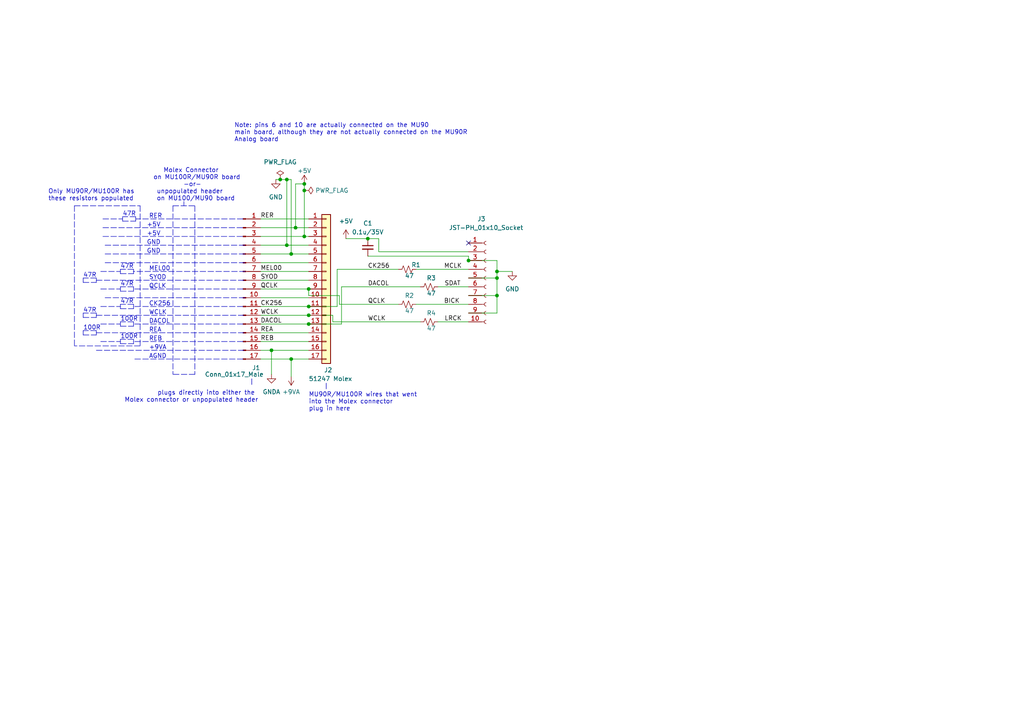
<source format=kicad_sch>
(kicad_sch (version 20211123) (generator eeschema)

  (uuid e63e39d7-6ac0-4ffd-8aa3-1841a4541b55)

  (paper "A4")

  (lib_symbols
    (symbol "Connector:Conn_01x10_Female" (pin_names (offset 1.016) hide) (in_bom yes) (on_board yes)
      (property "Reference" "J" (id 0) (at 0 12.7 0)
        (effects (font (size 1.27 1.27)))
      )
      (property "Value" "Conn_01x10_Female" (id 1) (at 0 -15.24 0)
        (effects (font (size 1.27 1.27)))
      )
      (property "Footprint" "" (id 2) (at 0 0 0)
        (effects (font (size 1.27 1.27)) hide)
      )
      (property "Datasheet" "~" (id 3) (at 0 0 0)
        (effects (font (size 1.27 1.27)) hide)
      )
      (property "ki_keywords" "connector" (id 4) (at 0 0 0)
        (effects (font (size 1.27 1.27)) hide)
      )
      (property "ki_description" "Generic connector, single row, 01x10, script generated (kicad-library-utils/schlib/autogen/connector/)" (id 5) (at 0 0 0)
        (effects (font (size 1.27 1.27)) hide)
      )
      (property "ki_fp_filters" "Connector*:*_1x??_*" (id 6) (at 0 0 0)
        (effects (font (size 1.27 1.27)) hide)
      )
      (symbol "Conn_01x10_Female_1_1"
        (arc (start 0 -12.192) (mid -0.508 -12.7) (end 0 -13.208)
          (stroke (width 0.1524) (type default) (color 0 0 0 0))
          (fill (type none))
        )
        (arc (start 0 -9.652) (mid -0.508 -10.16) (end 0 -10.668)
          (stroke (width 0.1524) (type default) (color 0 0 0 0))
          (fill (type none))
        )
        (arc (start 0 -7.112) (mid -0.508 -7.62) (end 0 -8.128)
          (stroke (width 0.1524) (type default) (color 0 0 0 0))
          (fill (type none))
        )
        (arc (start 0 -4.572) (mid -0.508 -5.08) (end 0 -5.588)
          (stroke (width 0.1524) (type default) (color 0 0 0 0))
          (fill (type none))
        )
        (arc (start 0 -2.032) (mid -0.508 -2.54) (end 0 -3.048)
          (stroke (width 0.1524) (type default) (color 0 0 0 0))
          (fill (type none))
        )
        (polyline
          (pts
            (xy -1.27 -12.7)
            (xy -0.508 -12.7)
          )
          (stroke (width 0.1524) (type default) (color 0 0 0 0))
          (fill (type none))
        )
        (polyline
          (pts
            (xy -1.27 -10.16)
            (xy -0.508 -10.16)
          )
          (stroke (width 0.1524) (type default) (color 0 0 0 0))
          (fill (type none))
        )
        (polyline
          (pts
            (xy -1.27 -7.62)
            (xy -0.508 -7.62)
          )
          (stroke (width 0.1524) (type default) (color 0 0 0 0))
          (fill (type none))
        )
        (polyline
          (pts
            (xy -1.27 -5.08)
            (xy -0.508 -5.08)
          )
          (stroke (width 0.1524) (type default) (color 0 0 0 0))
          (fill (type none))
        )
        (polyline
          (pts
            (xy -1.27 -2.54)
            (xy -0.508 -2.54)
          )
          (stroke (width 0.1524) (type default) (color 0 0 0 0))
          (fill (type none))
        )
        (polyline
          (pts
            (xy -1.27 0)
            (xy -0.508 0)
          )
          (stroke (width 0.1524) (type default) (color 0 0 0 0))
          (fill (type none))
        )
        (polyline
          (pts
            (xy -1.27 2.54)
            (xy -0.508 2.54)
          )
          (stroke (width 0.1524) (type default) (color 0 0 0 0))
          (fill (type none))
        )
        (polyline
          (pts
            (xy -1.27 5.08)
            (xy -0.508 5.08)
          )
          (stroke (width 0.1524) (type default) (color 0 0 0 0))
          (fill (type none))
        )
        (polyline
          (pts
            (xy -1.27 7.62)
            (xy -0.508 7.62)
          )
          (stroke (width 0.1524) (type default) (color 0 0 0 0))
          (fill (type none))
        )
        (polyline
          (pts
            (xy -1.27 10.16)
            (xy -0.508 10.16)
          )
          (stroke (width 0.1524) (type default) (color 0 0 0 0))
          (fill (type none))
        )
        (arc (start 0 0.508) (mid -0.508 0) (end 0 -0.508)
          (stroke (width 0.1524) (type default) (color 0 0 0 0))
          (fill (type none))
        )
        (arc (start 0 3.048) (mid -0.508 2.54) (end 0 2.032)
          (stroke (width 0.1524) (type default) (color 0 0 0 0))
          (fill (type none))
        )
        (arc (start 0 5.588) (mid -0.508 5.08) (end 0 4.572)
          (stroke (width 0.1524) (type default) (color 0 0 0 0))
          (fill (type none))
        )
        (arc (start 0 8.128) (mid -0.508 7.62) (end 0 7.112)
          (stroke (width 0.1524) (type default) (color 0 0 0 0))
          (fill (type none))
        )
        (arc (start 0 10.668) (mid -0.508 10.16) (end 0 9.652)
          (stroke (width 0.1524) (type default) (color 0 0 0 0))
          (fill (type none))
        )
        (pin passive line (at -5.08 10.16 0) (length 3.81)
          (name "Pin_1" (effects (font (size 1.27 1.27))))
          (number "1" (effects (font (size 1.27 1.27))))
        )
        (pin passive line (at -5.08 -12.7 0) (length 3.81)
          (name "Pin_10" (effects (font (size 1.27 1.27))))
          (number "10" (effects (font (size 1.27 1.27))))
        )
        (pin passive line (at -5.08 7.62 0) (length 3.81)
          (name "Pin_2" (effects (font (size 1.27 1.27))))
          (number "2" (effects (font (size 1.27 1.27))))
        )
        (pin passive line (at -5.08 5.08 0) (length 3.81)
          (name "Pin_3" (effects (font (size 1.27 1.27))))
          (number "3" (effects (font (size 1.27 1.27))))
        )
        (pin passive line (at -5.08 2.54 0) (length 3.81)
          (name "Pin_4" (effects (font (size 1.27 1.27))))
          (number "4" (effects (font (size 1.27 1.27))))
        )
        (pin passive line (at -5.08 0 0) (length 3.81)
          (name "Pin_5" (effects (font (size 1.27 1.27))))
          (number "5" (effects (font (size 1.27 1.27))))
        )
        (pin passive line (at -5.08 -2.54 0) (length 3.81)
          (name "Pin_6" (effects (font (size 1.27 1.27))))
          (number "6" (effects (font (size 1.27 1.27))))
        )
        (pin passive line (at -5.08 -5.08 0) (length 3.81)
          (name "Pin_7" (effects (font (size 1.27 1.27))))
          (number "7" (effects (font (size 1.27 1.27))))
        )
        (pin passive line (at -5.08 -7.62 0) (length 3.81)
          (name "Pin_8" (effects (font (size 1.27 1.27))))
          (number "8" (effects (font (size 1.27 1.27))))
        )
        (pin passive line (at -5.08 -10.16 0) (length 3.81)
          (name "Pin_9" (effects (font (size 1.27 1.27))))
          (number "9" (effects (font (size 1.27 1.27))))
        )
      )
    )
    (symbol "Connector:Conn_01x17_Male" (pin_names (offset 1.016) hide) (in_bom yes) (on_board yes)
      (property "Reference" "J" (id 0) (at 0 22.86 0)
        (effects (font (size 1.27 1.27)))
      )
      (property "Value" "Conn_01x17_Male" (id 1) (at 0 -22.86 0)
        (effects (font (size 1.27 1.27)))
      )
      (property "Footprint" "" (id 2) (at 0 0 0)
        (effects (font (size 1.27 1.27)) hide)
      )
      (property "Datasheet" "~" (id 3) (at 0 0 0)
        (effects (font (size 1.27 1.27)) hide)
      )
      (property "ki_keywords" "connector" (id 4) (at 0 0 0)
        (effects (font (size 1.27 1.27)) hide)
      )
      (property "ki_description" "Generic connector, single row, 01x17, script generated (kicad-library-utils/schlib/autogen/connector/)" (id 5) (at 0 0 0)
        (effects (font (size 1.27 1.27)) hide)
      )
      (property "ki_fp_filters" "Connector*:*_1x??_*" (id 6) (at 0 0 0)
        (effects (font (size 1.27 1.27)) hide)
      )
      (symbol "Conn_01x17_Male_1_1"
        (polyline
          (pts
            (xy 1.27 -20.32)
            (xy 0.8636 -20.32)
          )
          (stroke (width 0.1524) (type default) (color 0 0 0 0))
          (fill (type none))
        )
        (polyline
          (pts
            (xy 1.27 -17.78)
            (xy 0.8636 -17.78)
          )
          (stroke (width 0.1524) (type default) (color 0 0 0 0))
          (fill (type none))
        )
        (polyline
          (pts
            (xy 1.27 -15.24)
            (xy 0.8636 -15.24)
          )
          (stroke (width 0.1524) (type default) (color 0 0 0 0))
          (fill (type none))
        )
        (polyline
          (pts
            (xy 1.27 -12.7)
            (xy 0.8636 -12.7)
          )
          (stroke (width 0.1524) (type default) (color 0 0 0 0))
          (fill (type none))
        )
        (polyline
          (pts
            (xy 1.27 -10.16)
            (xy 0.8636 -10.16)
          )
          (stroke (width 0.1524) (type default) (color 0 0 0 0))
          (fill (type none))
        )
        (polyline
          (pts
            (xy 1.27 -7.62)
            (xy 0.8636 -7.62)
          )
          (stroke (width 0.1524) (type default) (color 0 0 0 0))
          (fill (type none))
        )
        (polyline
          (pts
            (xy 1.27 -5.08)
            (xy 0.8636 -5.08)
          )
          (stroke (width 0.1524) (type default) (color 0 0 0 0))
          (fill (type none))
        )
        (polyline
          (pts
            (xy 1.27 -2.54)
            (xy 0.8636 -2.54)
          )
          (stroke (width 0.1524) (type default) (color 0 0 0 0))
          (fill (type none))
        )
        (polyline
          (pts
            (xy 1.27 0)
            (xy 0.8636 0)
          )
          (stroke (width 0.1524) (type default) (color 0 0 0 0))
          (fill (type none))
        )
        (polyline
          (pts
            (xy 1.27 2.54)
            (xy 0.8636 2.54)
          )
          (stroke (width 0.1524) (type default) (color 0 0 0 0))
          (fill (type none))
        )
        (polyline
          (pts
            (xy 1.27 5.08)
            (xy 0.8636 5.08)
          )
          (stroke (width 0.1524) (type default) (color 0 0 0 0))
          (fill (type none))
        )
        (polyline
          (pts
            (xy 1.27 7.62)
            (xy 0.8636 7.62)
          )
          (stroke (width 0.1524) (type default) (color 0 0 0 0))
          (fill (type none))
        )
        (polyline
          (pts
            (xy 1.27 10.16)
            (xy 0.8636 10.16)
          )
          (stroke (width 0.1524) (type default) (color 0 0 0 0))
          (fill (type none))
        )
        (polyline
          (pts
            (xy 1.27 12.7)
            (xy 0.8636 12.7)
          )
          (stroke (width 0.1524) (type default) (color 0 0 0 0))
          (fill (type none))
        )
        (polyline
          (pts
            (xy 1.27 15.24)
            (xy 0.8636 15.24)
          )
          (stroke (width 0.1524) (type default) (color 0 0 0 0))
          (fill (type none))
        )
        (polyline
          (pts
            (xy 1.27 17.78)
            (xy 0.8636 17.78)
          )
          (stroke (width 0.1524) (type default) (color 0 0 0 0))
          (fill (type none))
        )
        (polyline
          (pts
            (xy 1.27 20.32)
            (xy 0.8636 20.32)
          )
          (stroke (width 0.1524) (type default) (color 0 0 0 0))
          (fill (type none))
        )
        (rectangle (start 0.8636 -20.193) (end 0 -20.447)
          (stroke (width 0.1524) (type default) (color 0 0 0 0))
          (fill (type outline))
        )
        (rectangle (start 0.8636 -17.653) (end 0 -17.907)
          (stroke (width 0.1524) (type default) (color 0 0 0 0))
          (fill (type outline))
        )
        (rectangle (start 0.8636 -15.113) (end 0 -15.367)
          (stroke (width 0.1524) (type default) (color 0 0 0 0))
          (fill (type outline))
        )
        (rectangle (start 0.8636 -12.573) (end 0 -12.827)
          (stroke (width 0.1524) (type default) (color 0 0 0 0))
          (fill (type outline))
        )
        (rectangle (start 0.8636 -10.033) (end 0 -10.287)
          (stroke (width 0.1524) (type default) (color 0 0 0 0))
          (fill (type outline))
        )
        (rectangle (start 0.8636 -7.493) (end 0 -7.747)
          (stroke (width 0.1524) (type default) (color 0 0 0 0))
          (fill (type outline))
        )
        (rectangle (start 0.8636 -4.953) (end 0 -5.207)
          (stroke (width 0.1524) (type default) (color 0 0 0 0))
          (fill (type outline))
        )
        (rectangle (start 0.8636 -2.413) (end 0 -2.667)
          (stroke (width 0.1524) (type default) (color 0 0 0 0))
          (fill (type outline))
        )
        (rectangle (start 0.8636 0.127) (end 0 -0.127)
          (stroke (width 0.1524) (type default) (color 0 0 0 0))
          (fill (type outline))
        )
        (rectangle (start 0.8636 2.667) (end 0 2.413)
          (stroke (width 0.1524) (type default) (color 0 0 0 0))
          (fill (type outline))
        )
        (rectangle (start 0.8636 5.207) (end 0 4.953)
          (stroke (width 0.1524) (type default) (color 0 0 0 0))
          (fill (type outline))
        )
        (rectangle (start 0.8636 7.747) (end 0 7.493)
          (stroke (width 0.1524) (type default) (color 0 0 0 0))
          (fill (type outline))
        )
        (rectangle (start 0.8636 10.287) (end 0 10.033)
          (stroke (width 0.1524) (type default) (color 0 0 0 0))
          (fill (type outline))
        )
        (rectangle (start 0.8636 12.827) (end 0 12.573)
          (stroke (width 0.1524) (type default) (color 0 0 0 0))
          (fill (type outline))
        )
        (rectangle (start 0.8636 15.367) (end 0 15.113)
          (stroke (width 0.1524) (type default) (color 0 0 0 0))
          (fill (type outline))
        )
        (rectangle (start 0.8636 17.907) (end 0 17.653)
          (stroke (width 0.1524) (type default) (color 0 0 0 0))
          (fill (type outline))
        )
        (rectangle (start 0.8636 20.447) (end 0 20.193)
          (stroke (width 0.1524) (type default) (color 0 0 0 0))
          (fill (type outline))
        )
        (pin passive line (at 5.08 20.32 180) (length 3.81)
          (name "Pin_1" (effects (font (size 1.27 1.27))))
          (number "1" (effects (font (size 1.27 1.27))))
        )
        (pin passive line (at 5.08 -2.54 180) (length 3.81)
          (name "Pin_10" (effects (font (size 1.27 1.27))))
          (number "10" (effects (font (size 1.27 1.27))))
        )
        (pin passive line (at 5.08 -5.08 180) (length 3.81)
          (name "Pin_11" (effects (font (size 1.27 1.27))))
          (number "11" (effects (font (size 1.27 1.27))))
        )
        (pin passive line (at 5.08 -7.62 180) (length 3.81)
          (name "Pin_12" (effects (font (size 1.27 1.27))))
          (number "12" (effects (font (size 1.27 1.27))))
        )
        (pin passive line (at 5.08 -10.16 180) (length 3.81)
          (name "Pin_13" (effects (font (size 1.27 1.27))))
          (number "13" (effects (font (size 1.27 1.27))))
        )
        (pin passive line (at 5.08 -12.7 180) (length 3.81)
          (name "Pin_14" (effects (font (size 1.27 1.27))))
          (number "14" (effects (font (size 1.27 1.27))))
        )
        (pin passive line (at 5.08 -15.24 180) (length 3.81)
          (name "Pin_15" (effects (font (size 1.27 1.27))))
          (number "15" (effects (font (size 1.27 1.27))))
        )
        (pin passive line (at 5.08 -17.78 180) (length 3.81)
          (name "Pin_16" (effects (font (size 1.27 1.27))))
          (number "16" (effects (font (size 1.27 1.27))))
        )
        (pin passive line (at 5.08 -20.32 180) (length 3.81)
          (name "Pin_17" (effects (font (size 1.27 1.27))))
          (number "17" (effects (font (size 1.27 1.27))))
        )
        (pin passive line (at 5.08 17.78 180) (length 3.81)
          (name "Pin_2" (effects (font (size 1.27 1.27))))
          (number "2" (effects (font (size 1.27 1.27))))
        )
        (pin passive line (at 5.08 15.24 180) (length 3.81)
          (name "Pin_3" (effects (font (size 1.27 1.27))))
          (number "3" (effects (font (size 1.27 1.27))))
        )
        (pin passive line (at 5.08 12.7 180) (length 3.81)
          (name "Pin_4" (effects (font (size 1.27 1.27))))
          (number "4" (effects (font (size 1.27 1.27))))
        )
        (pin passive line (at 5.08 10.16 180) (length 3.81)
          (name "Pin_5" (effects (font (size 1.27 1.27))))
          (number "5" (effects (font (size 1.27 1.27))))
        )
        (pin passive line (at 5.08 7.62 180) (length 3.81)
          (name "Pin_6" (effects (font (size 1.27 1.27))))
          (number "6" (effects (font (size 1.27 1.27))))
        )
        (pin passive line (at 5.08 5.08 180) (length 3.81)
          (name "Pin_7" (effects (font (size 1.27 1.27))))
          (number "7" (effects (font (size 1.27 1.27))))
        )
        (pin passive line (at 5.08 2.54 180) (length 3.81)
          (name "Pin_8" (effects (font (size 1.27 1.27))))
          (number "8" (effects (font (size 1.27 1.27))))
        )
        (pin passive line (at 5.08 0 180) (length 3.81)
          (name "Pin_9" (effects (font (size 1.27 1.27))))
          (number "9" (effects (font (size 1.27 1.27))))
        )
      )
    )
    (symbol "Connector_Generic:Conn_01x17" (pin_names (offset 1.016) hide) (in_bom yes) (on_board yes)
      (property "Reference" "J" (id 0) (at 0 22.86 0)
        (effects (font (size 1.27 1.27)))
      )
      (property "Value" "Conn_01x17" (id 1) (at 0 -22.86 0)
        (effects (font (size 1.27 1.27)))
      )
      (property "Footprint" "" (id 2) (at 0 0 0)
        (effects (font (size 1.27 1.27)) hide)
      )
      (property "Datasheet" "~" (id 3) (at 0 0 0)
        (effects (font (size 1.27 1.27)) hide)
      )
      (property "ki_keywords" "connector" (id 4) (at 0 0 0)
        (effects (font (size 1.27 1.27)) hide)
      )
      (property "ki_description" "Generic connector, single row, 01x17, script generated (kicad-library-utils/schlib/autogen/connector/)" (id 5) (at 0 0 0)
        (effects (font (size 1.27 1.27)) hide)
      )
      (property "ki_fp_filters" "Connector*:*_1x??_*" (id 6) (at 0 0 0)
        (effects (font (size 1.27 1.27)) hide)
      )
      (symbol "Conn_01x17_1_1"
        (rectangle (start -1.27 -20.193) (end 0 -20.447)
          (stroke (width 0.1524) (type default) (color 0 0 0 0))
          (fill (type none))
        )
        (rectangle (start -1.27 -17.653) (end 0 -17.907)
          (stroke (width 0.1524) (type default) (color 0 0 0 0))
          (fill (type none))
        )
        (rectangle (start -1.27 -15.113) (end 0 -15.367)
          (stroke (width 0.1524) (type default) (color 0 0 0 0))
          (fill (type none))
        )
        (rectangle (start -1.27 -12.573) (end 0 -12.827)
          (stroke (width 0.1524) (type default) (color 0 0 0 0))
          (fill (type none))
        )
        (rectangle (start -1.27 -10.033) (end 0 -10.287)
          (stroke (width 0.1524) (type default) (color 0 0 0 0))
          (fill (type none))
        )
        (rectangle (start -1.27 -7.493) (end 0 -7.747)
          (stroke (width 0.1524) (type default) (color 0 0 0 0))
          (fill (type none))
        )
        (rectangle (start -1.27 -4.953) (end 0 -5.207)
          (stroke (width 0.1524) (type default) (color 0 0 0 0))
          (fill (type none))
        )
        (rectangle (start -1.27 -2.413) (end 0 -2.667)
          (stroke (width 0.1524) (type default) (color 0 0 0 0))
          (fill (type none))
        )
        (rectangle (start -1.27 0.127) (end 0 -0.127)
          (stroke (width 0.1524) (type default) (color 0 0 0 0))
          (fill (type none))
        )
        (rectangle (start -1.27 2.667) (end 0 2.413)
          (stroke (width 0.1524) (type default) (color 0 0 0 0))
          (fill (type none))
        )
        (rectangle (start -1.27 5.207) (end 0 4.953)
          (stroke (width 0.1524) (type default) (color 0 0 0 0))
          (fill (type none))
        )
        (rectangle (start -1.27 7.747) (end 0 7.493)
          (stroke (width 0.1524) (type default) (color 0 0 0 0))
          (fill (type none))
        )
        (rectangle (start -1.27 10.287) (end 0 10.033)
          (stroke (width 0.1524) (type default) (color 0 0 0 0))
          (fill (type none))
        )
        (rectangle (start -1.27 12.827) (end 0 12.573)
          (stroke (width 0.1524) (type default) (color 0 0 0 0))
          (fill (type none))
        )
        (rectangle (start -1.27 15.367) (end 0 15.113)
          (stroke (width 0.1524) (type default) (color 0 0 0 0))
          (fill (type none))
        )
        (rectangle (start -1.27 17.907) (end 0 17.653)
          (stroke (width 0.1524) (type default) (color 0 0 0 0))
          (fill (type none))
        )
        (rectangle (start -1.27 20.447) (end 0 20.193)
          (stroke (width 0.1524) (type default) (color 0 0 0 0))
          (fill (type none))
        )
        (rectangle (start -1.27 21.59) (end 1.27 -21.59)
          (stroke (width 0.254) (type default) (color 0 0 0 0))
          (fill (type background))
        )
        (pin passive line (at -5.08 20.32 0) (length 3.81)
          (name "Pin_1" (effects (font (size 1.27 1.27))))
          (number "1" (effects (font (size 1.27 1.27))))
        )
        (pin passive line (at -5.08 -2.54 0) (length 3.81)
          (name "Pin_10" (effects (font (size 1.27 1.27))))
          (number "10" (effects (font (size 1.27 1.27))))
        )
        (pin passive line (at -5.08 -5.08 0) (length 3.81)
          (name "Pin_11" (effects (font (size 1.27 1.27))))
          (number "11" (effects (font (size 1.27 1.27))))
        )
        (pin passive line (at -5.08 -7.62 0) (length 3.81)
          (name "Pin_12" (effects (font (size 1.27 1.27))))
          (number "12" (effects (font (size 1.27 1.27))))
        )
        (pin passive line (at -5.08 -10.16 0) (length 3.81)
          (name "Pin_13" (effects (font (size 1.27 1.27))))
          (number "13" (effects (font (size 1.27 1.27))))
        )
        (pin passive line (at -5.08 -12.7 0) (length 3.81)
          (name "Pin_14" (effects (font (size 1.27 1.27))))
          (number "14" (effects (font (size 1.27 1.27))))
        )
        (pin passive line (at -5.08 -15.24 0) (length 3.81)
          (name "Pin_15" (effects (font (size 1.27 1.27))))
          (number "15" (effects (font (size 1.27 1.27))))
        )
        (pin passive line (at -5.08 -17.78 0) (length 3.81)
          (name "Pin_16" (effects (font (size 1.27 1.27))))
          (number "16" (effects (font (size 1.27 1.27))))
        )
        (pin passive line (at -5.08 -20.32 0) (length 3.81)
          (name "Pin_17" (effects (font (size 1.27 1.27))))
          (number "17" (effects (font (size 1.27 1.27))))
        )
        (pin passive line (at -5.08 17.78 0) (length 3.81)
          (name "Pin_2" (effects (font (size 1.27 1.27))))
          (number "2" (effects (font (size 1.27 1.27))))
        )
        (pin passive line (at -5.08 15.24 0) (length 3.81)
          (name "Pin_3" (effects (font (size 1.27 1.27))))
          (number "3" (effects (font (size 1.27 1.27))))
        )
        (pin passive line (at -5.08 12.7 0) (length 3.81)
          (name "Pin_4" (effects (font (size 1.27 1.27))))
          (number "4" (effects (font (size 1.27 1.27))))
        )
        (pin passive line (at -5.08 10.16 0) (length 3.81)
          (name "Pin_5" (effects (font (size 1.27 1.27))))
          (number "5" (effects (font (size 1.27 1.27))))
        )
        (pin passive line (at -5.08 7.62 0) (length 3.81)
          (name "Pin_6" (effects (font (size 1.27 1.27))))
          (number "6" (effects (font (size 1.27 1.27))))
        )
        (pin passive line (at -5.08 5.08 0) (length 3.81)
          (name "Pin_7" (effects (font (size 1.27 1.27))))
          (number "7" (effects (font (size 1.27 1.27))))
        )
        (pin passive line (at -5.08 2.54 0) (length 3.81)
          (name "Pin_8" (effects (font (size 1.27 1.27))))
          (number "8" (effects (font (size 1.27 1.27))))
        )
        (pin passive line (at -5.08 0 0) (length 3.81)
          (name "Pin_9" (effects (font (size 1.27 1.27))))
          (number "9" (effects (font (size 1.27 1.27))))
        )
      )
    )
    (symbol "Device:C_Small" (pin_numbers hide) (pin_names (offset 0.254) hide) (in_bom yes) (on_board yes)
      (property "Reference" "C" (id 0) (at 0.254 1.778 0)
        (effects (font (size 1.27 1.27)) (justify left))
      )
      (property "Value" "C_Small" (id 1) (at 0.254 -2.032 0)
        (effects (font (size 1.27 1.27)) (justify left))
      )
      (property "Footprint" "" (id 2) (at 0 0 0)
        (effects (font (size 1.27 1.27)) hide)
      )
      (property "Datasheet" "~" (id 3) (at 0 0 0)
        (effects (font (size 1.27 1.27)) hide)
      )
      (property "ki_keywords" "capacitor cap" (id 4) (at 0 0 0)
        (effects (font (size 1.27 1.27)) hide)
      )
      (property "ki_description" "Unpolarized capacitor, small symbol" (id 5) (at 0 0 0)
        (effects (font (size 1.27 1.27)) hide)
      )
      (property "ki_fp_filters" "C_*" (id 6) (at 0 0 0)
        (effects (font (size 1.27 1.27)) hide)
      )
      (symbol "C_Small_0_1"
        (polyline
          (pts
            (xy -1.524 -0.508)
            (xy 1.524 -0.508)
          )
          (stroke (width 0.3302) (type default) (color 0 0 0 0))
          (fill (type none))
        )
        (polyline
          (pts
            (xy -1.524 0.508)
            (xy 1.524 0.508)
          )
          (stroke (width 0.3048) (type default) (color 0 0 0 0))
          (fill (type none))
        )
      )
      (symbol "C_Small_1_1"
        (pin passive line (at 0 2.54 270) (length 2.032)
          (name "~" (effects (font (size 1.27 1.27))))
          (number "1" (effects (font (size 1.27 1.27))))
        )
        (pin passive line (at 0 -2.54 90) (length 2.032)
          (name "~" (effects (font (size 1.27 1.27))))
          (number "2" (effects (font (size 1.27 1.27))))
        )
      )
    )
    (symbol "Device:R_Small_US" (pin_numbers hide) (pin_names (offset 0.254) hide) (in_bom yes) (on_board yes)
      (property "Reference" "R" (id 0) (at 0.762 0.508 0)
        (effects (font (size 1.27 1.27)) (justify left))
      )
      (property "Value" "R_Small_US" (id 1) (at 0.762 -1.016 0)
        (effects (font (size 1.27 1.27)) (justify left))
      )
      (property "Footprint" "" (id 2) (at 0 0 0)
        (effects (font (size 1.27 1.27)) hide)
      )
      (property "Datasheet" "~" (id 3) (at 0 0 0)
        (effects (font (size 1.27 1.27)) hide)
      )
      (property "ki_keywords" "r resistor" (id 4) (at 0 0 0)
        (effects (font (size 1.27 1.27)) hide)
      )
      (property "ki_description" "Resistor, small US symbol" (id 5) (at 0 0 0)
        (effects (font (size 1.27 1.27)) hide)
      )
      (property "ki_fp_filters" "R_*" (id 6) (at 0 0 0)
        (effects (font (size 1.27 1.27)) hide)
      )
      (symbol "R_Small_US_1_1"
        (polyline
          (pts
            (xy 0 0)
            (xy 1.016 -0.381)
            (xy 0 -0.762)
            (xy -1.016 -1.143)
            (xy 0 -1.524)
          )
          (stroke (width 0) (type default) (color 0 0 0 0))
          (fill (type none))
        )
        (polyline
          (pts
            (xy 0 1.524)
            (xy 1.016 1.143)
            (xy 0 0.762)
            (xy -1.016 0.381)
            (xy 0 0)
          )
          (stroke (width 0) (type default) (color 0 0 0 0))
          (fill (type none))
        )
        (pin passive line (at 0 2.54 270) (length 1.016)
          (name "~" (effects (font (size 1.27 1.27))))
          (number "1" (effects (font (size 1.27 1.27))))
        )
        (pin passive line (at 0 -2.54 90) (length 1.016)
          (name "~" (effects (font (size 1.27 1.27))))
          (number "2" (effects (font (size 1.27 1.27))))
        )
      )
    )
    (symbol "power:+5V" (power) (pin_names (offset 0)) (in_bom yes) (on_board yes)
      (property "Reference" "#PWR" (id 0) (at 0 -3.81 0)
        (effects (font (size 1.27 1.27)) hide)
      )
      (property "Value" "+5V" (id 1) (at 0 3.556 0)
        (effects (font (size 1.27 1.27)))
      )
      (property "Footprint" "" (id 2) (at 0 0 0)
        (effects (font (size 1.27 1.27)) hide)
      )
      (property "Datasheet" "" (id 3) (at 0 0 0)
        (effects (font (size 1.27 1.27)) hide)
      )
      (property "ki_keywords" "power-flag" (id 4) (at 0 0 0)
        (effects (font (size 1.27 1.27)) hide)
      )
      (property "ki_description" "Power symbol creates a global label with name \"+5V\"" (id 5) (at 0 0 0)
        (effects (font (size 1.27 1.27)) hide)
      )
      (symbol "+5V_0_1"
        (polyline
          (pts
            (xy -0.762 1.27)
            (xy 0 2.54)
          )
          (stroke (width 0) (type default) (color 0 0 0 0))
          (fill (type none))
        )
        (polyline
          (pts
            (xy 0 0)
            (xy 0 2.54)
          )
          (stroke (width 0) (type default) (color 0 0 0 0))
          (fill (type none))
        )
        (polyline
          (pts
            (xy 0 2.54)
            (xy 0.762 1.27)
          )
          (stroke (width 0) (type default) (color 0 0 0 0))
          (fill (type none))
        )
      )
      (symbol "+5V_1_1"
        (pin power_in line (at 0 0 90) (length 0) hide
          (name "+5V" (effects (font (size 1.27 1.27))))
          (number "1" (effects (font (size 1.27 1.27))))
        )
      )
    )
    (symbol "power:+9VA" (power) (pin_names (offset 0)) (in_bom yes) (on_board yes)
      (property "Reference" "#PWR" (id 0) (at 0 -3.175 0)
        (effects (font (size 1.27 1.27)) hide)
      )
      (property "Value" "+9VA" (id 1) (at 0 3.81 0)
        (effects (font (size 1.27 1.27)))
      )
      (property "Footprint" "" (id 2) (at 0 0 0)
        (effects (font (size 1.27 1.27)) hide)
      )
      (property "Datasheet" "" (id 3) (at 0 0 0)
        (effects (font (size 1.27 1.27)) hide)
      )
      (property "ki_keywords" "power-flag" (id 4) (at 0 0 0)
        (effects (font (size 1.27 1.27)) hide)
      )
      (property "ki_description" "Power symbol creates a global label with name \"+9VA\"" (id 5) (at 0 0 0)
        (effects (font (size 1.27 1.27)) hide)
      )
      (symbol "+9VA_0_1"
        (polyline
          (pts
            (xy -0.762 1.27)
            (xy 0 2.54)
          )
          (stroke (width 0) (type default) (color 0 0 0 0))
          (fill (type none))
        )
        (polyline
          (pts
            (xy 0 0)
            (xy 0 2.54)
          )
          (stroke (width 0) (type default) (color 0 0 0 0))
          (fill (type none))
        )
        (polyline
          (pts
            (xy 0 2.54)
            (xy 0.762 1.27)
          )
          (stroke (width 0) (type default) (color 0 0 0 0))
          (fill (type none))
        )
      )
      (symbol "+9VA_1_1"
        (pin power_in line (at 0 0 90) (length 0) hide
          (name "+9VA" (effects (font (size 1.27 1.27))))
          (number "1" (effects (font (size 1.27 1.27))))
        )
      )
    )
    (symbol "power:GND" (power) (pin_names (offset 0)) (in_bom yes) (on_board yes)
      (property "Reference" "#PWR" (id 0) (at 0 -6.35 0)
        (effects (font (size 1.27 1.27)) hide)
      )
      (property "Value" "GND" (id 1) (at 0 -3.81 0)
        (effects (font (size 1.27 1.27)))
      )
      (property "Footprint" "" (id 2) (at 0 0 0)
        (effects (font (size 1.27 1.27)) hide)
      )
      (property "Datasheet" "" (id 3) (at 0 0 0)
        (effects (font (size 1.27 1.27)) hide)
      )
      (property "ki_keywords" "power-flag" (id 4) (at 0 0 0)
        (effects (font (size 1.27 1.27)) hide)
      )
      (property "ki_description" "Power symbol creates a global label with name \"GND\" , ground" (id 5) (at 0 0 0)
        (effects (font (size 1.27 1.27)) hide)
      )
      (symbol "GND_0_1"
        (polyline
          (pts
            (xy 0 0)
            (xy 0 -1.27)
            (xy 1.27 -1.27)
            (xy 0 -2.54)
            (xy -1.27 -1.27)
            (xy 0 -1.27)
          )
          (stroke (width 0) (type default) (color 0 0 0 0))
          (fill (type none))
        )
      )
      (symbol "GND_1_1"
        (pin power_in line (at 0 0 270) (length 0) hide
          (name "GND" (effects (font (size 1.27 1.27))))
          (number "1" (effects (font (size 1.27 1.27))))
        )
      )
    )
    (symbol "power:GNDA" (power) (pin_names (offset 0)) (in_bom yes) (on_board yes)
      (property "Reference" "#PWR" (id 0) (at 0 -6.35 0)
        (effects (font (size 1.27 1.27)) hide)
      )
      (property "Value" "GNDA" (id 1) (at 0 -3.81 0)
        (effects (font (size 1.27 1.27)))
      )
      (property "Footprint" "" (id 2) (at 0 0 0)
        (effects (font (size 1.27 1.27)) hide)
      )
      (property "Datasheet" "" (id 3) (at 0 0 0)
        (effects (font (size 1.27 1.27)) hide)
      )
      (property "ki_keywords" "power-flag" (id 4) (at 0 0 0)
        (effects (font (size 1.27 1.27)) hide)
      )
      (property "ki_description" "Power symbol creates a global label with name \"GNDA\" , analog ground" (id 5) (at 0 0 0)
        (effects (font (size 1.27 1.27)) hide)
      )
      (symbol "GNDA_0_1"
        (polyline
          (pts
            (xy 0 0)
            (xy 0 -1.27)
            (xy 1.27 -1.27)
            (xy 0 -2.54)
            (xy -1.27 -1.27)
            (xy 0 -1.27)
          )
          (stroke (width 0) (type default) (color 0 0 0 0))
          (fill (type none))
        )
      )
      (symbol "GNDA_1_1"
        (pin power_in line (at 0 0 270) (length 0) hide
          (name "GNDA" (effects (font (size 1.27 1.27))))
          (number "1" (effects (font (size 1.27 1.27))))
        )
      )
    )
    (symbol "power:PWR_FLAG" (power) (pin_numbers hide) (pin_names (offset 0) hide) (in_bom yes) (on_board yes)
      (property "Reference" "#FLG" (id 0) (at 0 1.905 0)
        (effects (font (size 1.27 1.27)) hide)
      )
      (property "Value" "PWR_FLAG" (id 1) (at 0 3.81 0)
        (effects (font (size 1.27 1.27)))
      )
      (property "Footprint" "" (id 2) (at 0 0 0)
        (effects (font (size 1.27 1.27)) hide)
      )
      (property "Datasheet" "~" (id 3) (at 0 0 0)
        (effects (font (size 1.27 1.27)) hide)
      )
      (property "ki_keywords" "power-flag" (id 4) (at 0 0 0)
        (effects (font (size 1.27 1.27)) hide)
      )
      (property "ki_description" "Special symbol for telling ERC where power comes from" (id 5) (at 0 0 0)
        (effects (font (size 1.27 1.27)) hide)
      )
      (symbol "PWR_FLAG_0_0"
        (pin power_out line (at 0 0 90) (length 0)
          (name "pwr" (effects (font (size 1.27 1.27))))
          (number "1" (effects (font (size 1.27 1.27))))
        )
      )
      (symbol "PWR_FLAG_0_1"
        (polyline
          (pts
            (xy 0 0)
            (xy 0 1.27)
            (xy -1.016 1.905)
            (xy 0 2.54)
            (xy 1.016 1.905)
            (xy 0 1.27)
          )
          (stroke (width 0) (type default) (color 0 0 0 0))
          (fill (type none))
        )
      )
    )
  )

  (junction (at 89.535 83.82) (diameter 0) (color 0 0 0 0)
    (uuid 20c503d4-e231-4b53-ac5b-ede514b9e7a6)
  )
  (junction (at 88.265 53.34) (diameter 0) (color 0 0 0 0)
    (uuid 26701d6a-bb41-4895-a97f-47bb8c0f7863)
  )
  (junction (at 106.68 69.215) (diameter 0) (color 0 0 0 0)
    (uuid 47178c13-9dfd-4dcb-ab8e-81ca1020d43f)
  )
  (junction (at 135.89 75.565) (diameter 0) (color 0 0 0 0)
    (uuid 4fccb9b8-df3c-4026-96bc-20ab1d72a912)
  )
  (junction (at 85.725 66.04) (diameter 0) (color 0 0 0 0)
    (uuid 6218ef6c-0371-4124-8016-45ec9eb1e748)
  )
  (junction (at 89.535 93.98) (diameter 0) (color 0 0 0 0)
    (uuid 68658834-445b-407c-b033-cc7796b36620)
  )
  (junction (at 78.74 101.6) (diameter 0) (color 0 0 0 0)
    (uuid 6cda7f90-ac63-4a40-ba5b-bdf1640e6087)
  )
  (junction (at 84.455 73.66) (diameter 0) (color 0 0 0 0)
    (uuid 6e7d3207-7e70-4163-8617-3b4ecafa6076)
  )
  (junction (at 83.185 71.12) (diameter 0) (color 0 0 0 0)
    (uuid 70df46b9-b64f-4240-b561-93da9a276b62)
  )
  (junction (at 88.265 55.245) (diameter 0) (color 0 0 0 0)
    (uuid 74143180-144f-4f97-b2aa-c5bdc4e5bd56)
  )
  (junction (at 144.145 80.645) (diameter 0) (color 0 0 0 0)
    (uuid 892757dd-7475-4b4c-adca-bab837acc3d2)
  )
  (junction (at 89.535 88.9) (diameter 0) (color 0 0 0 0)
    (uuid 8a40411c-35e5-4090-b501-f68006391bf0)
  )
  (junction (at 83.185 52.07) (diameter 0) (color 0 0 0 0)
    (uuid b67edeb6-a27c-4919-8d71-401e1183e192)
  )
  (junction (at 81.28 52.07) (diameter 0) (color 0 0 0 0)
    (uuid c7d1c8c8-a9c7-46c1-8c94-1a8a8708a79e)
  )
  (junction (at 144.145 85.725) (diameter 0) (color 0 0 0 0)
    (uuid c7ece955-6e99-45b5-b52f-ba89596bf43c)
  )
  (junction (at 88.265 68.58) (diameter 0) (color 0 0 0 0)
    (uuid d0bcc8bb-9f50-4946-8656-bc7a56a43b3f)
  )
  (junction (at 84.455 104.14) (diameter 0) (color 0 0 0 0)
    (uuid d7606bbd-cbd9-4b7c-ac6e-8657442e7357)
  )
  (junction (at 144.145 78.74) (diameter 0) (color 0 0 0 0)
    (uuid e0cfb0eb-5971-4409-a070-8dce68a7c33b)
  )
  (junction (at 89.535 91.44) (diameter 0) (color 0 0 0 0)
    (uuid e9ac8830-328e-48da-b7fd-900af3d204f3)
  )

  (no_connect (at 135.89 70.485) (uuid 263e9b7e-c3cd-4442-851e-d2b54de99d8e))

  (wire (pts (xy 135.89 90.805) (xy 144.145 90.805))
    (stroke (width 0) (type default) (color 0 0 0 0))
    (uuid 00812eb5-efd5-43ec-9866-146ba1398790)
  )
  (polyline (pts (xy 27.94 101.6) (xy 71.12 101.6))
    (stroke (width 0) (type default) (color 0 0 0 0))
    (uuid 02712f16-55f4-421e-9b11-c9100a136f2a)
  )

  (wire (pts (xy 75.565 66.04) (xy 85.725 66.04))
    (stroke (width 0) (type default) (color 0 0 0 0))
    (uuid 034e4687-5dc0-44d5-920e-856f2015a338)
  )
  (polyline (pts (xy 27.94 80.645) (xy 24.13 80.645))
    (stroke (width 0) (type default) (color 0 0 0 0))
    (uuid 03f05ebf-4d42-4d79-bfc3-2c9521ed00f9)
  )

  (wire (pts (xy 88.265 55.245) (xy 88.265 68.58))
    (stroke (width 0) (type default) (color 0 0 0 0))
    (uuid 05f1961a-8c43-4143-afa4-d33c40a2ec2f)
  )
  (wire (pts (xy 98.425 88.265) (xy 98.425 85.725))
    (stroke (width 0) (type default) (color 0 0 0 0))
    (uuid 05f485ec-18f4-41c1-baef-1f143298807a)
  )
  (wire (pts (xy 89.535 85.725) (xy 89.535 83.82))
    (stroke (width 0) (type default) (color 0 0 0 0))
    (uuid 0759e87a-4be7-4686-9fc0-e1e6961e4977)
  )
  (polyline (pts (xy 27.94 97.155) (xy 27.94 96.52))
    (stroke (width 0) (type default) (color 0 0 0 0))
    (uuid 09005611-a62f-467c-b35e-a5d13f15c08b)
  )
  (polyline (pts (xy 70.485 63.5) (xy 39.37 63.5))
    (stroke (width 0) (type default) (color 0 0 0 0))
    (uuid 095a57cb-d9df-41b8-86cc-1d853eb7217c)
  )

  (wire (pts (xy 78.74 108.585) (xy 78.74 101.6))
    (stroke (width 0) (type default) (color 0 0 0 0))
    (uuid 0a8898a8-8a44-4540-9407-b36f809787b9)
  )
  (polyline (pts (xy 29.21 99.06) (xy 34.925 99.06))
    (stroke (width 0) (type default) (color 0 0 0 0))
    (uuid 0bad9962-714f-4ae4-aec5-99957fe5d2b0)
  )
  (polyline (pts (xy 38.735 78.105) (xy 34.925 78.105))
    (stroke (width 0) (type default) (color 0 0 0 0))
    (uuid 11628863-82a4-417f-85fd-12f59d3b8c29)
  )

  (wire (pts (xy 144.145 80.645) (xy 144.145 85.725))
    (stroke (width 0) (type default) (color 0 0 0 0))
    (uuid 12f6152f-74cc-48c7-b206-2108be79325e)
  )
  (polyline (pts (xy 38.735 99.06) (xy 38.735 98.425))
    (stroke (width 0) (type default) (color 0 0 0 0))
    (uuid 139d75a5-8b5b-4535-870b-833041cf25d1)
  )

  (wire (pts (xy 127 93.345) (xy 135.89 93.345))
    (stroke (width 0) (type default) (color 0 0 0 0))
    (uuid 19c55e24-e894-42d5-a628-5fdb89a093ff)
  )
  (polyline (pts (xy 39.37 63.5) (xy 39.37 62.865))
    (stroke (width 0) (type default) (color 0 0 0 0))
    (uuid 1a28e523-8149-4b77-b61b-12daef28fcac)
  )
  (polyline (pts (xy 34.925 88.265) (xy 34.925 89.535))
    (stroke (width 0) (type default) (color 0 0 0 0))
    (uuid 1dabff72-d05f-4efa-b522-f8ae1ab26019)
  )

  (wire (pts (xy 135.89 85.725) (xy 144.145 85.725))
    (stroke (width 0) (type default) (color 0 0 0 0))
    (uuid 1f7abaaf-d23f-440b-adc3-25bac38bb936)
  )
  (wire (pts (xy 75.565 86.36) (xy 89.535 86.36))
    (stroke (width 0) (type default) (color 0 0 0 0))
    (uuid 2153495e-88f5-4571-b1ee-259fb2f0a774)
  )
  (wire (pts (xy 85.725 53.34) (xy 85.725 66.04))
    (stroke (width 0) (type default) (color 0 0 0 0))
    (uuid 23b3dbea-ecc5-4d04-9c93-6a1946c471d5)
  )
  (wire (pts (xy 88.265 53.34) (xy 88.265 55.245))
    (stroke (width 0) (type default) (color 0 0 0 0))
    (uuid 2a488153-d0f2-4f66-a653-ca07ca50b36d)
  )
  (wire (pts (xy 75.565 104.14) (xy 84.455 104.14))
    (stroke (width 0) (type default) (color 0 0 0 0))
    (uuid 2a5abce8-5cc0-4402-9855-561acc3f6f9f)
  )
  (polyline (pts (xy 35.56 62.865) (xy 35.56 64.135))
    (stroke (width 0) (type default) (color 0 0 0 0))
    (uuid 2a88079b-1790-4201-a50a-68a01fd94fe1)
  )
  (polyline (pts (xy 27.94 95.885) (xy 24.13 95.885))
    (stroke (width 0) (type default) (color 0 0 0 0))
    (uuid 2c5ce85b-6b4c-49e8-8038-dccdabbf8a10)
  )
  (polyline (pts (xy 94.615 111.125) (xy 94.615 113.03))
    (stroke (width 0) (type default) (color 0 0 0 0))
    (uuid 2d27d317-e272-422a-a3d4-3b334759da9b)
  )

  (wire (pts (xy 81.28 52.07) (xy 80.01 52.07))
    (stroke (width 0) (type default) (color 0 0 0 0))
    (uuid 2f540203-42c1-479e-83c1-360bb87f5386)
  )
  (wire (pts (xy 96.52 93.345) (xy 96.52 91.44))
    (stroke (width 0) (type default) (color 0 0 0 0))
    (uuid 31921761-2491-42a6-9700-ca4764c39a01)
  )
  (wire (pts (xy 75.565 96.52) (xy 89.535 96.52))
    (stroke (width 0) (type default) (color 0 0 0 0))
    (uuid 31a4ed14-aeae-4da4-9fa2-e96896dedc51)
  )
  (wire (pts (xy 135.89 80.645) (xy 144.145 80.645))
    (stroke (width 0) (type default) (color 0 0 0 0))
    (uuid 359cd3b2-a764-4ac2-8662-b4e4bbfa17cc)
  )
  (polyline (pts (xy 34.925 83.185) (xy 34.925 84.455))
    (stroke (width 0) (type default) (color 0 0 0 0))
    (uuid 363e53c2-3e4d-4292-a164-80715feceb93)
  )
  (polyline (pts (xy 24.13 81.915) (xy 27.94 81.915))
    (stroke (width 0) (type default) (color 0 0 0 0))
    (uuid 36963381-d894-402b-81bc-e0d9ef20857e)
  )

  (wire (pts (xy 75.565 63.5) (xy 89.535 63.5))
    (stroke (width 0) (type default) (color 0 0 0 0))
    (uuid 3a979d4e-23b9-4526-bb13-997633473a16)
  )
  (polyline (pts (xy 27.94 91.44) (xy 27.94 90.805))
    (stroke (width 0) (type default) (color 0 0 0 0))
    (uuid 3cb2d388-8318-4b34-b9b2-1e4056f538e7)
  )
  (polyline (pts (xy 27.94 96.52) (xy 27.94 95.885))
    (stroke (width 0) (type default) (color 0 0 0 0))
    (uuid 4147a9f0-8585-4071-af48-8a2de9d3b9fe)
  )
  (polyline (pts (xy 30.48 86.36) (xy 71.12 86.36))
    (stroke (width 0) (type default) (color 0 0 0 0))
    (uuid 42b93640-dc22-413d-916b-9e4ab2755ea6)
  )

  (wire (pts (xy 97.79 78.105) (xy 97.79 88.9))
    (stroke (width 0) (type default) (color 0 0 0 0))
    (uuid 48348d81-c4a7-461f-ba50-e8a11c0423c1)
  )
  (polyline (pts (xy 34.925 99.695) (xy 38.735 99.695))
    (stroke (width 0) (type default) (color 0 0 0 0))
    (uuid 485feca8-3299-4d79-85db-a52f1adb7579)
  )

  (wire (pts (xy 98.425 88.265) (xy 115.57 88.265))
    (stroke (width 0) (type default) (color 0 0 0 0))
    (uuid 4863c986-c3eb-4ff1-90bf-94a34fd474e4)
  )
  (wire (pts (xy 75.565 76.2) (xy 89.535 76.2))
    (stroke (width 0) (type default) (color 0 0 0 0))
    (uuid 48a251fc-d320-4027-b05e-e73856c9ada6)
  )
  (polyline (pts (xy 24.13 92.075) (xy 27.94 92.075))
    (stroke (width 0) (type default) (color 0 0 0 0))
    (uuid 495c63de-a13e-4360-83dc-587a35e72007)
  )

  (wire (pts (xy 144.145 78.74) (xy 144.145 80.645))
    (stroke (width 0) (type default) (color 0 0 0 0))
    (uuid 49bd17a1-d01b-4a70-b511-2cc72f28397f)
  )
  (polyline (pts (xy 38.735 83.82) (xy 38.735 83.185))
    (stroke (width 0) (type default) (color 0 0 0 0))
    (uuid 4ae8ad1b-f5f2-4e58-a255-17ae5fcf2cbb)
  )
  (polyline (pts (xy 38.735 93.98) (xy 38.735 93.345))
    (stroke (width 0) (type default) (color 0 0 0 0))
    (uuid 4dc146b0-8838-4db6-8cb0-e14a5f24feb2)
  )
  (polyline (pts (xy 34.925 98.425) (xy 34.925 99.695))
    (stroke (width 0) (type default) (color 0 0 0 0))
    (uuid 4eae5526-889e-4cb8-8b9a-31fb5e48a981)
  )
  (polyline (pts (xy 40.64 59.69) (xy 40.64 100.33))
    (stroke (width 0) (type default) (color 0 0 0 0))
    (uuid 52a57192-f473-4a16-aea7-829079d2e639)
  )
  (polyline (pts (xy 34.925 79.375) (xy 38.735 79.375))
    (stroke (width 0) (type default) (color 0 0 0 0))
    (uuid 593767af-b10c-4b18-8092-27d5ba621d7a)
  )
  (polyline (pts (xy 39.37 64.135) (xy 39.37 63.5))
    (stroke (width 0) (type default) (color 0 0 0 0))
    (uuid 5de6d869-b27a-4bd9-8988-f407e9e71949)
  )

  (wire (pts (xy 89.535 88.9) (xy 97.79 88.9))
    (stroke (width 0) (type default) (color 0 0 0 0))
    (uuid 5f05571d-3551-47eb-95af-02b26dce33a7)
  )
  (wire (pts (xy 97.79 78.105) (xy 115.57 78.105))
    (stroke (width 0) (type default) (color 0 0 0 0))
    (uuid 61114d49-084c-484f-a266-92423e09c4cd)
  )
  (polyline (pts (xy 27.94 81.28) (xy 27.94 80.645))
    (stroke (width 0) (type default) (color 0 0 0 0))
    (uuid 6505c69e-8a4f-44ea-b378-8e8a4338fbd3)
  )
  (polyline (pts (xy 40.64 100.33) (xy 21.59 100.33))
    (stroke (width 0) (type default) (color 0 0 0 0))
    (uuid 650e84de-8172-430a-ae3a-137b21682a41)
  )
  (polyline (pts (xy 27.94 81.915) (xy 27.94 81.28))
    (stroke (width 0) (type default) (color 0 0 0 0))
    (uuid 660b63a3-e2d2-4282-8cf5-3db86743fa4e)
  )
  (polyline (pts (xy 24.13 95.885) (xy 24.13 97.155))
    (stroke (width 0) (type default) (color 0 0 0 0))
    (uuid 68056ba7-254c-4b27-a6fc-94fc78c780f3)
  )
  (polyline (pts (xy 30.48 73.66) (xy 71.12 73.66))
    (stroke (width 0) (type default) (color 0 0 0 0))
    (uuid 69790a63-fd55-476f-b196-e7c2cfee2186)
  )
  (polyline (pts (xy 56.515 59.69) (xy 56.515 108.585))
    (stroke (width 0) (type default) (color 0 0 0 0))
    (uuid 6a1c67f0-e10a-410e-a774-b85b17780f99)
  )

  (wire (pts (xy 75.565 83.82) (xy 89.535 83.82))
    (stroke (width 0) (type default) (color 0 0 0 0))
    (uuid 6af062e1-0169-4405-9a0a-4a9da1581e6a)
  )
  (polyline (pts (xy 27.94 91.44) (xy 71.12 91.44))
    (stroke (width 0) (type default) (color 0 0 0 0))
    (uuid 6ba40c72-0467-47a0-bb6e-ec3ee3321a7f)
  )
  (polyline (pts (xy 24.13 97.155) (xy 27.94 97.155))
    (stroke (width 0) (type default) (color 0 0 0 0))
    (uuid 6bd984a6-9029-4eb5-90d0-e33cb385bc70)
  )

  (wire (pts (xy 75.565 101.6) (xy 78.74 101.6))
    (stroke (width 0) (type default) (color 0 0 0 0))
    (uuid 72836593-9aac-49aa-95d5-bb2be2f2fc28)
  )
  (wire (pts (xy 120.65 88.265) (xy 135.89 88.265))
    (stroke (width 0) (type default) (color 0 0 0 0))
    (uuid 7433e76b-cf1f-4a12-b98a-ebcc4c97d6e3)
  )
  (wire (pts (xy 75.565 78.74) (xy 89.535 78.74))
    (stroke (width 0) (type default) (color 0 0 0 0))
    (uuid 76ae60ae-60cc-4cac-bd28-934030db506a)
  )
  (wire (pts (xy 84.455 73.66) (xy 89.535 73.66))
    (stroke (width 0) (type default) (color 0 0 0 0))
    (uuid 77944fef-5e58-4d0c-8157-fc84aa65d7f6)
  )
  (polyline (pts (xy 70.485 104.14) (xy 38.735 104.14))
    (stroke (width 0) (type default) (color 0 0 0 0))
    (uuid 794c676a-05cc-4fda-9e79-8f7f938f85c2)
  )
  (polyline (pts (xy 38.735 89.535) (xy 38.735 88.9))
    (stroke (width 0) (type default) (color 0 0 0 0))
    (uuid 79937be6-f0f5-4402-9537-0c89feebdf4c)
  )
  (polyline (pts (xy 29.21 83.82) (xy 34.925 83.82))
    (stroke (width 0) (type default) (color 0 0 0 0))
    (uuid 79ce60e6-20d1-4060-b411-edc0202f92f9)
  )
  (polyline (pts (xy 50.165 59.69) (xy 50.165 108.585))
    (stroke (width 0) (type default) (color 0 0 0 0))
    (uuid 7c381bff-2970-4744-88a4-34117ef2d299)
  )

  (wire (pts (xy 109.855 69.215) (xy 106.68 69.215))
    (stroke (width 0) (type default) (color 0 0 0 0))
    (uuid 7c88261c-b560-4313-aa53-9e1f754fe6d5)
  )
  (polyline (pts (xy 38.735 98.425) (xy 34.925 98.425))
    (stroke (width 0) (type default) (color 0 0 0 0))
    (uuid 7ce6c10e-aa35-470d-9535-d7a3cb8ff1b8)
  )
  (polyline (pts (xy 35.56 64.135) (xy 39.37 64.135))
    (stroke (width 0) (type default) (color 0 0 0 0))
    (uuid 7e58428d-b7d8-4485-9d1a-254fedb00a87)
  )

  (wire (pts (xy 99.06 93.98) (xy 89.535 93.98))
    (stroke (width 0) (type default) (color 0 0 0 0))
    (uuid 7ec3c046-30f5-4675-a83c-330c28137e98)
  )
  (polyline (pts (xy 30.48 71.12) (xy 71.12 71.12))
    (stroke (width 0) (type default) (color 0 0 0 0))
    (uuid 7fc65058-7e78-46b7-99be-fce5116b5dac)
  )

  (wire (pts (xy 75.565 73.66) (xy 84.455 73.66))
    (stroke (width 0) (type default) (color 0 0 0 0))
    (uuid 845a4990-a34f-46fc-a413-6e312bf4a2a5)
  )
  (wire (pts (xy 99.06 83.185) (xy 99.06 93.98))
    (stroke (width 0) (type default) (color 0 0 0 0))
    (uuid 855cebc2-578c-4136-ba9a-2858287f4a23)
  )
  (polyline (pts (xy 73.025 109.855) (xy 73.025 111.76))
    (stroke (width 0) (type default) (color 0 0 0 0))
    (uuid 859f8698-1bce-44df-bb4f-c52ef89c09ad)
  )
  (polyline (pts (xy 70.485 83.82) (xy 38.735 83.82))
    (stroke (width 0) (type default) (color 0 0 0 0))
    (uuid 8632d9c3-1e5e-4852-a70b-85bc7c9789e3)
  )

  (wire (pts (xy 78.74 101.6) (xy 89.535 101.6))
    (stroke (width 0) (type default) (color 0 0 0 0))
    (uuid 86f84871-138d-4638-8b56-65c3edb7f9d6)
  )
  (polyline (pts (xy 70.485 99.06) (xy 38.735 99.06))
    (stroke (width 0) (type default) (color 0 0 0 0))
    (uuid 8dc74b0c-7780-40e5-9d08-87ef751e4bd8)
  )
  (polyline (pts (xy 38.735 93.345) (xy 34.925 93.345))
    (stroke (width 0) (type default) (color 0 0 0 0))
    (uuid 8e6c3ee9-211f-4d6e-9271-e0f376b312c9)
  )

  (wire (pts (xy 120.65 78.105) (xy 135.89 78.105))
    (stroke (width 0) (type default) (color 0 0 0 0))
    (uuid 9023a2fa-8091-414c-b234-f3c004b16169)
  )
  (polyline (pts (xy 38.735 99.695) (xy 38.735 99.06))
    (stroke (width 0) (type default) (color 0 0 0 0))
    (uuid 93e98d14-05ff-4883-89af-984e22b696ce)
  )
  (polyline (pts (xy 30.48 76.2) (xy 71.12 76.2))
    (stroke (width 0) (type default) (color 0 0 0 0))
    (uuid 94865570-11cc-4b49-8ee4-db024780b3ae)
  )

  (wire (pts (xy 83.185 52.07) (xy 84.455 52.07))
    (stroke (width 0) (type default) (color 0 0 0 0))
    (uuid 958f554a-a3bb-4d2e-9d19-45775aa8f0c7)
  )
  (polyline (pts (xy 39.37 62.865) (xy 35.56 62.865))
    (stroke (width 0) (type default) (color 0 0 0 0))
    (uuid 99481054-6cc8-4df7-a1c1-4bafb17cd218)
  )
  (polyline (pts (xy 70.485 88.9) (xy 38.735 88.9))
    (stroke (width 0) (type default) (color 0 0 0 0))
    (uuid 99c0576e-2e2b-48c9-a870-4b267ecc7538)
  )

  (wire (pts (xy 135.89 75.565) (xy 144.145 75.565))
    (stroke (width 0) (type default) (color 0 0 0 0))
    (uuid 9ac1f308-032c-433d-b232-a84a2f850e04)
  )
  (polyline (pts (xy 27.94 81.28) (xy 71.12 81.28))
    (stroke (width 0) (type default) (color 0 0 0 0))
    (uuid 9bbe64b9-5cdb-4ec0-b81b-6e0f05cc335b)
  )

  (wire (pts (xy 83.185 52.07) (xy 83.185 71.12))
    (stroke (width 0) (type default) (color 0 0 0 0))
    (uuid 9dea2525-d2fb-4a2d-9ee8-c6c6e0f21ed8)
  )
  (wire (pts (xy 75.565 81.28) (xy 89.535 81.28))
    (stroke (width 0) (type default) (color 0 0 0 0))
    (uuid 9e6ee391-d8e5-4099-85e7-2d26cc522325)
  )
  (polyline (pts (xy 29.845 66.04) (xy 70.485 66.04))
    (stroke (width 0) (type default) (color 0 0 0 0))
    (uuid a0a6e824-62d4-40fa-8986-03aedbb8eb16)
  )

  (wire (pts (xy 100.33 69.215) (xy 106.68 69.215))
    (stroke (width 0) (type default) (color 0 0 0 0))
    (uuid a16548f7-25d8-405e-bb91-6be4fcb09e79)
  )
  (polyline (pts (xy 29.845 68.58) (xy 70.485 68.58))
    (stroke (width 0) (type default) (color 0 0 0 0))
    (uuid a4c3bee4-308e-4330-a3e1-797a8bbc254b)
  )
  (polyline (pts (xy 27.94 90.805) (xy 24.13 90.805))
    (stroke (width 0) (type default) (color 0 0 0 0))
    (uuid a4ccd6f0-0dd4-44bf-a5f2-fd2dee19262a)
  )

  (wire (pts (xy 75.565 88.9) (xy 89.535 88.9))
    (stroke (width 0) (type default) (color 0 0 0 0))
    (uuid a4d41beb-09eb-4709-8bc1-34c23837ced2)
  )
  (wire (pts (xy 81.28 52.07) (xy 83.185 52.07))
    (stroke (width 0) (type default) (color 0 0 0 0))
    (uuid a873cb30-f3ba-4447-b234-34286904512e)
  )
  (wire (pts (xy 109.855 73.025) (xy 135.89 73.025))
    (stroke (width 0) (type default) (color 0 0 0 0))
    (uuid a9639265-98df-48ed-8305-781f6ba3d508)
  )
  (polyline (pts (xy 71.12 78.74) (xy 38.735 78.74))
    (stroke (width 0) (type default) (color 0 0 0 0))
    (uuid aa296bba-b18d-454b-971b-17153ed83390)
  )
  (polyline (pts (xy 38.735 79.375) (xy 38.735 78.74))
    (stroke (width 0) (type default) (color 0 0 0 0))
    (uuid aa3a86aa-2737-4588-9fac-c76fcffa8aa6)
  )
  (polyline (pts (xy 27.94 92.075) (xy 27.94 91.44))
    (stroke (width 0) (type default) (color 0 0 0 0))
    (uuid adb9e1dd-9db6-4b9b-a566-bc0c48e98ec2)
  )
  (polyline (pts (xy 29.21 93.98) (xy 34.925 93.98))
    (stroke (width 0) (type default) (color 0 0 0 0))
    (uuid ae4c0c06-ad04-4fb1-8bd8-91fc11fe660a)
  )

  (wire (pts (xy 109.855 73.025) (xy 109.855 69.215))
    (stroke (width 0) (type default) (color 0 0 0 0))
    (uuid ae74513a-9afc-4b7c-8a1f-45f9737810b8)
  )
  (polyline (pts (xy 29.21 88.9) (xy 34.925 88.9))
    (stroke (width 0) (type default) (color 0 0 0 0))
    (uuid b1017828-4a3d-4662-b8ae-11ade4cadea8)
  )
  (polyline (pts (xy 21.59 59.69) (xy 21.59 100.33))
    (stroke (width 0) (type default) (color 0 0 0 0))
    (uuid b2fd4df4-030f-4ff3-8218-d6b2dc089f06)
  )
  (polyline (pts (xy 70.485 93.98) (xy 38.735 93.98))
    (stroke (width 0) (type default) (color 0 0 0 0))
    (uuid b5d9be61-3ad5-4ecf-bb7e-4e559d03eb5e)
  )

  (wire (pts (xy 75.565 68.58) (xy 88.265 68.58))
    (stroke (width 0) (type default) (color 0 0 0 0))
    (uuid b701ea28-fb01-4433-ac44-4eca48f7b951)
  )
  (wire (pts (xy 96.52 91.44) (xy 89.535 91.44))
    (stroke (width 0) (type default) (color 0 0 0 0))
    (uuid b8397ec6-42e2-46bb-a9f8-47a57ad0a3e2)
  )
  (polyline (pts (xy 34.925 94.615) (xy 38.735 94.615))
    (stroke (width 0) (type default) (color 0 0 0 0))
    (uuid ba5cd66b-2820-4c2b-96ca-09c13703dda6)
  )

  (wire (pts (xy 98.425 85.725) (xy 89.535 85.725))
    (stroke (width 0) (type default) (color 0 0 0 0))
    (uuid bce398dd-c8a9-4a42-af52-c95ad1e8aafe)
  )
  (wire (pts (xy 127 83.185) (xy 135.89 83.185))
    (stroke (width 0) (type default) (color 0 0 0 0))
    (uuid bd48503c-f4c4-42a8-ae21-79e8f388bbaf)
  )
  (wire (pts (xy 106.68 74.295) (xy 135.89 74.295))
    (stroke (width 0) (type default) (color 0 0 0 0))
    (uuid bda4c9d0-6791-45d7-b407-7c75862c0454)
  )
  (wire (pts (xy 75.565 93.98) (xy 89.535 93.98))
    (stroke (width 0) (type default) (color 0 0 0 0))
    (uuid c19428c6-11da-4ace-a0e8-49746d4e161f)
  )
  (polyline (pts (xy 38.735 94.615) (xy 38.735 93.98))
    (stroke (width 0) (type default) (color 0 0 0 0))
    (uuid c2184a39-7532-4884-82ad-123c906f9fa0)
  )
  (polyline (pts (xy 38.735 83.185) (xy 34.925 83.185))
    (stroke (width 0) (type default) (color 0 0 0 0))
    (uuid c2693fa1-4984-41e1-98e8-5c28dd6a4275)
  )

  (wire (pts (xy 75.565 71.12) (xy 83.185 71.12))
    (stroke (width 0) (type default) (color 0 0 0 0))
    (uuid c579734e-c34f-4d95-80d6-56d4524750ca)
  )
  (wire (pts (xy 99.06 83.185) (xy 121.92 83.185))
    (stroke (width 0) (type default) (color 0 0 0 0))
    (uuid c6d926c4-ad9e-4b3d-8c9f-725cecd0fa80)
  )
  (polyline (pts (xy 34.925 78.105) (xy 34.925 79.375))
    (stroke (width 0) (type default) (color 0 0 0 0))
    (uuid c8ce9919-a030-4db5-953b-67aa2e4f5eb7)
  )
  (polyline (pts (xy 34.925 84.455) (xy 38.735 84.455))
    (stroke (width 0) (type default) (color 0 0 0 0))
    (uuid c934929c-0145-4e31-b5d2-7bd1abe63f0b)
  )

  (wire (pts (xy 144.145 85.725) (xy 144.145 90.805))
    (stroke (width 0) (type default) (color 0 0 0 0))
    (uuid cafbcfb0-3005-4a8a-92f2-fa4a218925ec)
  )
  (wire (pts (xy 85.725 66.04) (xy 89.535 66.04))
    (stroke (width 0) (type default) (color 0 0 0 0))
    (uuid cb8f1459-acef-481c-80f5-153b9cd0f556)
  )
  (wire (pts (xy 135.89 74.295) (xy 135.89 75.565))
    (stroke (width 0) (type default) (color 0 0 0 0))
    (uuid cbf6e724-f00f-43b4-9666-2440278023e5)
  )
  (polyline (pts (xy 34.925 89.535) (xy 38.735 89.535))
    (stroke (width 0) (type default) (color 0 0 0 0))
    (uuid ced85096-1bce-4729-938c-d44c9e97fa8a)
  )
  (polyline (pts (xy 34.925 93.345) (xy 34.925 94.615))
    (stroke (width 0) (type default) (color 0 0 0 0))
    (uuid cfbbc468-c5ea-486c-907a-bd3650e63fa3)
  )
  (polyline (pts (xy 38.735 88.9) (xy 38.735 88.265))
    (stroke (width 0) (type default) (color 0 0 0 0))
    (uuid d1ee3344-1006-4be3-808d-83c754e4ba99)
  )

  (wire (pts (xy 96.52 93.345) (xy 121.92 93.345))
    (stroke (width 0) (type default) (color 0 0 0 0))
    (uuid d8097d7d-f729-4a61-8bbc-d492b086aacc)
  )
  (polyline (pts (xy 21.59 59.69) (xy 40.64 59.69))
    (stroke (width 0) (type default) (color 0 0 0 0))
    (uuid d83ecf0e-b7c2-4e97-b640-ac957956f70a)
  )

  (wire (pts (xy 85.725 53.34) (xy 88.265 53.34))
    (stroke (width 0) (type default) (color 0 0 0 0))
    (uuid d9c5ebd6-83f7-4bb3-b59a-e9ef5dd0fad3)
  )
  (polyline (pts (xy 53.34 58.42) (xy 53.34 59.69))
    (stroke (width 0) (type default) (color 0 0 0 0))
    (uuid dc875d08-b085-4594-b004-3c72a2e05d37)
  )

  (wire (pts (xy 88.265 68.58) (xy 89.535 68.58))
    (stroke (width 0) (type default) (color 0 0 0 0))
    (uuid dfb89f45-29b4-479d-a0dc-2699a8e9e946)
  )
  (polyline (pts (xy 24.13 90.805) (xy 24.13 92.075))
    (stroke (width 0) (type default) (color 0 0 0 0))
    (uuid e05fe4a2-25e0-4d09-9898-d3c985c8fcb8)
  )

  (wire (pts (xy 144.145 75.565) (xy 144.145 78.74))
    (stroke (width 0) (type default) (color 0 0 0 0))
    (uuid e4fcdd73-1b73-41d5-86e8-fa708452c6d3)
  )
  (wire (pts (xy 75.565 99.06) (xy 89.535 99.06))
    (stroke (width 0) (type default) (color 0 0 0 0))
    (uuid e5119d4c-3e7b-4dc5-baea-069359d74799)
  )
  (polyline (pts (xy 29.845 63.5) (xy 35.56 63.5))
    (stroke (width 0) (type default) (color 0 0 0 0))
    (uuid e63ce49f-df12-4c6c-972e-aec62b484fb5)
  )
  (polyline (pts (xy 38.735 84.455) (xy 38.735 83.82))
    (stroke (width 0) (type default) (color 0 0 0 0))
    (uuid e8bb814a-159f-4192-8c52-902e2d0c10f3)
  )

  (wire (pts (xy 84.455 73.66) (xy 84.455 52.07))
    (stroke (width 0) (type default) (color 0 0 0 0))
    (uuid e8d7784f-f627-4f9d-9060-2055a8f29d18)
  )
  (polyline (pts (xy 27.94 96.52) (xy 71.12 96.52))
    (stroke (width 0) (type default) (color 0 0 0 0))
    (uuid e9ac7b0d-d000-4f95-81ea-1699abc2e475)
  )
  (polyline (pts (xy 29.21 78.74) (xy 34.925 78.74))
    (stroke (width 0) (type default) (color 0 0 0 0))
    (uuid eb021097-6b63-4a15-a369-cfa030702f57)
  )

  (wire (pts (xy 83.185 71.12) (xy 89.535 71.12))
    (stroke (width 0) (type default) (color 0 0 0 0))
    (uuid eb8bf3e6-3bd6-49f9-a86b-8de579e398ec)
  )
  (wire (pts (xy 84.455 109.22) (xy 84.455 104.14))
    (stroke (width 0) (type default) (color 0 0 0 0))
    (uuid ebca8e32-4f25-4e4c-9a7e-070fd3265cb0)
  )
  (polyline (pts (xy 56.515 108.585) (xy 50.165 108.585))
    (stroke (width 0) (type default) (color 0 0 0 0))
    (uuid ed3c8069-4e4f-4f32-82d3-1544e79d3771)
  )

  (wire (pts (xy 75.565 91.44) (xy 89.535 91.44))
    (stroke (width 0) (type default) (color 0 0 0 0))
    (uuid f1fa825e-708e-4411-a3f8-443005e93d69)
  )
  (wire (pts (xy 148.59 78.74) (xy 144.145 78.74))
    (stroke (width 0) (type default) (color 0 0 0 0))
    (uuid f32ab44c-28cc-4999-9937-871f47030757)
  )
  (polyline (pts (xy 50.165 59.69) (xy 56.515 59.69))
    (stroke (width 0) (type default) (color 0 0 0 0))
    (uuid f72cce86-5ea0-4a46-8a5b-eb1916a8c657)
  )
  (polyline (pts (xy 24.13 80.645) (xy 24.13 81.915))
    (stroke (width 0) (type default) (color 0 0 0 0))
    (uuid f78e9ddd-159a-4620-8fb0-bd0f252fcd4d)
  )
  (polyline (pts (xy 38.735 88.265) (xy 34.925 88.265))
    (stroke (width 0) (type default) (color 0 0 0 0))
    (uuid f8430995-53dc-4ece-a6d4-b269661873f8)
  )
  (polyline (pts (xy 38.735 78.74) (xy 38.735 78.105))
    (stroke (width 0) (type default) (color 0 0 0 0))
    (uuid f99aeb0a-d5e2-4214-8807-c8bcd6f338f5)
  )

  (wire (pts (xy 84.455 104.14) (xy 89.535 104.14))
    (stroke (width 0) (type default) (color 0 0 0 0))
    (uuid fda70e7a-783f-49a9-a985-7342d8c93160)
  )

  (text "100R" (at 34.925 93.345 0)
    (effects (font (size 1.27 1.27)) (justify left bottom))
    (uuid 060d5c92-22a5-48df-aa9a-6c39e7b78bac)
  )
  (text "Only MU90R/MU100R has \nthese resistors populated" (at 13.97 58.42 0)
    (effects (font (size 1.27 1.27)) (justify left bottom))
    (uuid 0afa3245-e92c-4713-b7a6-9cc0b37d002a)
  )
  (text "+5V" (at 42.545 66.04 0)
    (effects (font (size 1.27 1.27)) (justify left bottom))
    (uuid 13021e74-ebf9-485a-99ef-9b0190e7f9ac)
  )
  (text "Note: pins 6 and 10 are actually connected on the MU90 \nmain board, although they are not actually connected on the MU90R \nAnalog board"
    (at 67.945 41.275 0)
    (effects (font (size 1.27 1.27)) (justify left bottom))
    (uuid 1c30089f-fe88-4bbd-9460-896cdc171d41)
  )
  (text "REB" (at 43.18 99.06 0)
    (effects (font (size 1.27 1.27)) (justify left bottom))
    (uuid 2939a7c7-a8bb-41d6-ac1a-3aac60b42f31)
  )
  (text "47R" (at 35.56 62.865 0)
    (effects (font (size 1.27 1.27)) (justify left bottom))
    (uuid 377e07bf-0037-4eeb-bc27-cffd46d74201)
  )
  (text "+9VA" (at 43.18 101.6 0)
    (effects (font (size 1.27 1.27)) (justify left bottom))
    (uuid 399c0092-cf74-4f17-82a2-046b9f5751b4)
  )
  (text "CK256" (at 43.18 88.9 0)
    (effects (font (size 1.27 1.27)) (justify left bottom))
    (uuid 3e40c8e7-a5b6-4514-93ca-b18b2eda7fad)
  )
  (text "SYOD" (at 43.18 81.28 0)
    (effects (font (size 1.27 1.27)) (justify left bottom))
    (uuid 4a150c73-ead6-4d8e-a43d-e97e1fd3e762)
  )
  (text "+5V" (at 42.545 68.58 0)
    (effects (font (size 1.27 1.27)) (justify left bottom))
    (uuid 4adbcd4e-3884-4189-8c87-13708c6b197d)
  )
  (text "DACOL" (at 43.18 93.98 0)
    (effects (font (size 1.27 1.27)) (justify left bottom))
    (uuid 4d6a2e58-6e0d-41ba-9402-51209a688f6f)
  )
  (text "47R" (at 34.925 78.105 0)
    (effects (font (size 1.27 1.27)) (justify left bottom))
    (uuid 4ea63760-1fb5-429c-be60-f64361eb60c3)
  )
  (text "GND" (at 42.545 71.12 0)
    (effects (font (size 1.27 1.27)) (justify left bottom))
    (uuid 674e2a04-36d5-424a-9188-a2e53d2089d0)
  )
  (text "47R" (at 34.925 83.185 0)
    (effects (font (size 1.27 1.27)) (justify left bottom))
    (uuid 683408a1-7f9c-4957-a4dc-efde3aa06cdd)
  )
  (text "100R" (at 34.925 98.425 0)
    (effects (font (size 1.27 1.27)) (justify left bottom))
    (uuid 691768bc-9afe-4e7a-bfec-1b503e4292a1)
  )
  (text "QCLK" (at 43.18 83.82 0)
    (effects (font (size 1.27 1.27)) (justify left bottom))
    (uuid 6cee5250-13fc-4548-a469-896727d50f62)
  )
  (text "47R" (at 24.13 90.805 0)
    (effects (font (size 1.27 1.27)) (justify left bottom))
    (uuid 78a3c413-f423-4edb-9d83-b8392a2d1e65)
  )
  (text "47R" (at 24.13 80.645 0)
    (effects (font (size 1.27 1.27)) (justify left bottom))
    (uuid 7dc42371-a74c-469a-86ac-9bc9aac327bb)
  )
  (text "   Molex Connector\non MU100R/MU90R board\n         -or-\n unpopulated header\n on MU100/MU90 board"
    (at 44.45 58.42 0)
    (effects (font (size 1.27 1.27)) (justify left bottom))
    (uuid 7ed7f2f5-026c-41ee-8427-2a25ddd45258)
  )
  (text "47R" (at 34.925 88.265 0)
    (effects (font (size 1.27 1.27)) (justify left bottom))
    (uuid 8facc6ce-17f3-4bfc-8357-45ff8476e0e1)
  )
  (text "100R" (at 24.13 95.885 0)
    (effects (font (size 1.27 1.27)) (justify left bottom))
    (uuid 9dd62fbc-a544-4c03-9cec-37f0e1855cf6)
  )
  (text "MEL00" (at 43.18 78.74 0)
    (effects (font (size 1.27 1.27)) (justify left bottom))
    (uuid 9ddb5580-0eb5-406e-81f9-287363717a8e)
  )
  (text "REA" (at 43.18 96.52 0)
    (effects (font (size 1.27 1.27)) (justify left bottom))
    (uuid a70f5391-02fa-4f6c-8202-672990a562dd)
  )
  (text "RER" (at 43.18 63.5 0)
    (effects (font (size 1.27 1.27)) (justify left bottom))
    (uuid a8561481-f193-4ffe-bc74-d341a0fad7a8)
  )
  (text "GND" (at 42.545 73.66 0)
    (effects (font (size 1.27 1.27)) (justify left bottom))
    (uuid b48c47aa-ceff-462a-94d7-77093c08b05e)
  )
  (text "plugs directly into either the \nMolex connector or unpopulated header"
    (at 74.93 116.84 0)
    (effects (font (size 1.27 1.27)) (justify right bottom))
    (uuid bc05a813-5b40-46de-9916-ad127c03dc5f)
  )
  (text "AGND" (at 43.18 104.14 0)
    (effects (font (size 1.27 1.27)) (justify left bottom))
    (uuid d1e330b4-6dbe-4db6-803d-0b0c6882102e)
  )
  (text "WCLK" (at 43.18 91.44 0)
    (effects (font (size 1.27 1.27)) (justify left bottom))
    (uuid d26b715b-d734-419d-a9e1-2c629e53127e)
  )
  (text "MU90R/MU100R wires that went \ninto the Molex connector\nplug in here"
    (at 89.535 119.38 0)
    (effects (font (size 1.27 1.27)) (justify left bottom))
    (uuid eed1ce3f-b4cc-4da5-ac90-566e4e6f4afe)
  )

  (label "DACOL" (at 75.565 93.98 0)
    (effects (font (size 1.27 1.27)) (justify left bottom))
    (uuid 03590f33-763d-44e7-bd58-7b869bb7ef20)
  )
  (label "LRCK" (at 128.905 93.345 0)
    (effects (font (size 1.27 1.27)) (justify left bottom))
    (uuid 2c346336-eb10-4f4d-bb67-c7c790e0c0d8)
  )
  (label "MCLK" (at 133.985 78.105 180)
    (effects (font (size 1.27 1.27)) (justify right bottom))
    (uuid 2f0cd10b-6c3b-486a-927f-357ad2d7032c)
  )
  (label "WCLK" (at 75.565 91.44 0)
    (effects (font (size 1.27 1.27)) (justify left bottom))
    (uuid 389820b3-dc0f-41a8-9487-f37594ec848d)
  )
  (label "DACOL" (at 106.68 83.185 0)
    (effects (font (size 1.27 1.27)) (justify left bottom))
    (uuid 3db2efb2-f030-492a-bc7a-bd448bbb2f48)
  )
  (label "CK256" (at 75.565 88.9 0)
    (effects (font (size 1.27 1.27)) (justify left bottom))
    (uuid 432045b0-7589-468b-8659-999ac30c51fa)
  )
  (label "MEL00" (at 75.565 78.74 0)
    (effects (font (size 1.27 1.27)) (justify left bottom))
    (uuid 539dec9e-2c45-4201-ab13-cbbbab8fc31b)
  )
  (label "CK256" (at 106.68 78.105 0)
    (effects (font (size 1.27 1.27)) (justify left bottom))
    (uuid a00668f5-222f-42d9-892a-8d11e6de07f9)
  )
  (label "SDAT" (at 128.905 83.185 0)
    (effects (font (size 1.27 1.27)) (justify left bottom))
    (uuid a676b10d-aeae-49d8-85d3-1b32027054f3)
  )
  (label "QCLK" (at 75.565 83.82 0)
    (effects (font (size 1.27 1.27)) (justify left bottom))
    (uuid a8333ca2-6919-4fe3-9f28-bacc852923df)
  )
  (label "REB" (at 75.565 99.06 0)
    (effects (font (size 1.27 1.27)) (justify left bottom))
    (uuid a9d66172-b21f-445f-bff6-1303cec8590d)
  )
  (label "RER" (at 75.565 63.5 0)
    (effects (font (size 1.27 1.27)) (justify left bottom))
    (uuid ad39a199-4017-4388-947f-6fe8738cd7fb)
  )
  (label "WCLK" (at 106.68 93.345 0)
    (effects (font (size 1.27 1.27)) (justify left bottom))
    (uuid b21d671b-3678-4cb3-89b8-b3cf8d9dc0c2)
  )
  (label "BICK" (at 133.35 88.265 180)
    (effects (font (size 1.27 1.27)) (justify right bottom))
    (uuid d9540424-79f7-48f0-aaf1-04e3d9397e2b)
  )
  (label "SYOD" (at 75.565 81.28 0)
    (effects (font (size 1.27 1.27)) (justify left bottom))
    (uuid e188f4e0-97d6-45d5-9852-98640c6abc42)
  )
  (label "REA" (at 75.565 96.52 0)
    (effects (font (size 1.27 1.27)) (justify left bottom))
    (uuid f63dd01b-d31b-4c8b-8944-cc162e8dda4e)
  )
  (label "QCLK" (at 106.68 88.265 0)
    (effects (font (size 1.27 1.27)) (justify left bottom))
    (uuid f77df1af-d936-4d75-b611-6f4b6b1f0815)
  )

  (symbol (lib_id "Device:R_Small_US") (at 124.46 93.345 90) (unit 1)
    (in_bom yes) (on_board yes)
    (uuid 30583d87-d48d-4dd5-8dea-293a9cb913a5)
    (property "Reference" "R4" (id 0) (at 125.095 90.805 90))
    (property "Value" "47" (id 1) (at 125.095 95.25 90))
    (property "Footprint" "Resistor_SMD:R_0805_2012Metric_Pad1.20x1.40mm_HandSolder" (id 2) (at 124.46 93.345 0)
      (effects (font (size 1.27 1.27)) hide)
    )
    (property "Datasheet" "~" (id 3) (at 124.46 93.345 0)
      (effects (font (size 1.27 1.27)) hide)
    )
    (pin "1" (uuid 5155e09f-c741-44fb-8744-6df2642dbf8a))
    (pin "2" (uuid af1092da-ed3b-47cd-a59d-69ad49adafce))
  )

  (symbol (lib_id "Connector:Conn_01x10_Female") (at 140.97 80.645 0) (unit 1)
    (in_bom yes) (on_board yes)
    (uuid 32c7dd17-7fb4-40dd-af25-9c33f4bdc487)
    (property "Reference" "J3" (id 0) (at 138.43 63.5 0)
      (effects (font (size 1.27 1.27)) (justify left))
    )
    (property "Value" "JST-PH_01x10_Socket" (id 1) (at 130.175 66.04 0)
      (effects (font (size 1.27 1.27)) (justify left))
    )
    (property "Footprint" "Connector_JST:JST_PH_B10B-PH-K_1x10_P2.00mm_Vertical" (id 2) (at 140.97 80.645 0)
      (effects (font (size 1.27 1.27)) hide)
    )
    (property "Datasheet" "~" (id 3) (at 140.97 80.645 0)
      (effects (font (size 1.27 1.27)) hide)
    )
    (pin "1" (uuid c679008f-fde1-4c9e-b950-f9dfb42f74bc))
    (pin "10" (uuid 4fb102b0-d9c6-46dd-a755-f7e0f4afb4a0))
    (pin "2" (uuid d16f0bfb-59bd-414c-9c59-96782a9b74b7))
    (pin "3" (uuid 2ff006f4-2a61-440d-9643-0ab2f7506f70))
    (pin "4" (uuid eda8a181-0341-491f-a5d7-6210482eca5d))
    (pin "5" (uuid 1cc467e8-bda1-4990-ba28-1aff71fcc780))
    (pin "6" (uuid 63c95928-2b0a-471a-948b-ae02cf8bfe16))
    (pin "7" (uuid ee2e2cf4-269a-4a08-97eb-0ec4445322b9))
    (pin "8" (uuid 50675082-562c-4536-9f6d-9686c9013db3))
    (pin "9" (uuid 3eb9ee9f-ea5b-46ea-bb6a-e2bdf664f98c))
  )

  (symbol (lib_id "power:GNDA") (at 78.74 108.585 0) (unit 1)
    (in_bom yes) (on_board yes) (fields_autoplaced)
    (uuid 3e6414da-1884-4234-86c7-6d18562ebef2)
    (property "Reference" "#PWR01" (id 0) (at 78.74 114.935 0)
      (effects (font (size 1.27 1.27)) hide)
    )
    (property "Value" "GNDA" (id 1) (at 78.74 113.665 0))
    (property "Footprint" "" (id 2) (at 78.74 108.585 0)
      (effects (font (size 1.27 1.27)) hide)
    )
    (property "Datasheet" "" (id 3) (at 78.74 108.585 0)
      (effects (font (size 1.27 1.27)) hide)
    )
    (pin "1" (uuid 9564f3a4-6023-4ead-bcf1-3cc369e5ee32))
  )

  (symbol (lib_id "Device:R_Small_US") (at 118.11 88.265 90) (unit 1)
    (in_bom yes) (on_board yes)
    (uuid 62cc9f59-39d9-4772-b112-9db69118b7ea)
    (property "Reference" "R2" (id 0) (at 118.745 85.725 90))
    (property "Value" "47" (id 1) (at 118.745 90.17 90))
    (property "Footprint" "Resistor_SMD:R_0805_2012Metric_Pad1.20x1.40mm_HandSolder" (id 2) (at 118.11 88.265 0)
      (effects (font (size 1.27 1.27)) hide)
    )
    (property "Datasheet" "~" (id 3) (at 118.11 88.265 0)
      (effects (font (size 1.27 1.27)) hide)
    )
    (pin "1" (uuid 4b12edc6-04c0-4df0-a1b6-97b5f82b2c1a))
    (pin "2" (uuid f2e1c40f-3b6f-494f-bd3d-a67b8831428e))
  )

  (symbol (lib_id "power:+5V") (at 100.33 69.215 0) (unit 1)
    (in_bom yes) (on_board yes) (fields_autoplaced)
    (uuid 6dfb1ed5-81ec-4d16-87ff-47fba03cddd8)
    (property "Reference" "#PWR05" (id 0) (at 100.33 73.025 0)
      (effects (font (size 1.27 1.27)) hide)
    )
    (property "Value" "+5V" (id 1) (at 100.33 64.135 0))
    (property "Footprint" "" (id 2) (at 100.33 69.215 0)
      (effects (font (size 1.27 1.27)) hide)
    )
    (property "Datasheet" "" (id 3) (at 100.33 69.215 0)
      (effects (font (size 1.27 1.27)) hide)
    )
    (pin "1" (uuid 35794b9c-517d-448e-a252-0d81fe86c298))
  )

  (symbol (lib_id "Device:R_Small_US") (at 124.46 83.185 90) (unit 1)
    (in_bom yes) (on_board yes)
    (uuid 6fa48e34-f98f-4ce1-bf74-e50b7e7d7d11)
    (property "Reference" "R3" (id 0) (at 125.095 80.645 90))
    (property "Value" "47" (id 1) (at 125.095 85.09 90))
    (property "Footprint" "Resistor_SMD:R_0805_2012Metric_Pad1.20x1.40mm_HandSolder" (id 2) (at 124.46 83.185 0)
      (effects (font (size 1.27 1.27)) hide)
    )
    (property "Datasheet" "~" (id 3) (at 124.46 83.185 0)
      (effects (font (size 1.27 1.27)) hide)
    )
    (pin "1" (uuid 11bb3818-c107-46c5-9a06-5c3ea8688ee0))
    (pin "2" (uuid 75a78a90-3f52-45fb-ac5d-af35aa351505))
  )

  (symbol (lib_id "Device:C_Small") (at 106.68 71.755 0) (mirror y) (unit 1)
    (in_bom yes) (on_board yes)
    (uuid 7603b5dc-740e-4bc4-9f41-541d9a136b45)
    (property "Reference" "C1" (id 0) (at 106.68 64.77 0))
    (property "Value" "0.1u/35V" (id 1) (at 106.68 67.31 0))
    (property "Footprint" "Capacitor_SMD:C_0805_2012Metric_Pad1.18x1.45mm_HandSolder" (id 2) (at 106.68 71.755 0)
      (effects (font (size 1.27 1.27)) hide)
    )
    (property "Datasheet" "~" (id 3) (at 106.68 71.755 0)
      (effects (font (size 1.27 1.27)) hide)
    )
    (pin "1" (uuid 6faadf13-f9c0-45f4-8ebb-f2169cbeeea2))
    (pin "2" (uuid 27457557-900c-490f-b4aa-fd019bf0f5fc))
  )

  (symbol (lib_id "power:+9VA") (at 84.455 109.22 180) (unit 1)
    (in_bom yes) (on_board yes) (fields_autoplaced)
    (uuid a005b2b7-e2f6-4c68-ae70-4acbe1ac30cb)
    (property "Reference" "#PWR03" (id 0) (at 84.455 106.045 0)
      (effects (font (size 1.27 1.27)) hide)
    )
    (property "Value" "+9VA" (id 1) (at 84.455 113.665 0))
    (property "Footprint" "" (id 2) (at 84.455 109.22 0)
      (effects (font (size 1.27 1.27)) hide)
    )
    (property "Datasheet" "" (id 3) (at 84.455 109.22 0)
      (effects (font (size 1.27 1.27)) hide)
    )
    (pin "1" (uuid 249a83da-c4a2-4322-953d-9347e3021846))
  )

  (symbol (lib_id "Connector_Generic:Conn_01x17") (at 94.615 83.82 0) (unit 1)
    (in_bom yes) (on_board yes)
    (uuid a1530450-40a7-4fbd-b8c8-37fce2f8a4af)
    (property "Reference" "J2" (id 0) (at 93.98 107.315 0)
      (effects (font (size 1.27 1.27)) (justify left))
    )
    (property "Value" "51247 Molex" (id 1) (at 89.535 109.855 0)
      (effects (font (size 1.27 1.27)) (justify left))
    )
    (property "Footprint" "footprints:Molex_Wire-Trap_52147-1710_1x17_P2.00mm_Vertical" (id 2) (at 94.615 83.82 0)
      (effects (font (size 1.27 1.27)) hide)
    )
    (property "Datasheet" "~" (id 3) (at 94.615 83.82 0)
      (effects (font (size 1.27 1.27)) hide)
    )
    (pin "1" (uuid ecb75ba9-e705-4802-8be2-f92190a2d541))
    (pin "10" (uuid d1bd2de6-2f50-49ee-ad45-1e76e8d12331))
    (pin "11" (uuid 147b35c5-9a0d-45a2-b804-acb002a7dbfd))
    (pin "12" (uuid 94ca2f17-5d21-47f7-9dda-b72051d365f4))
    (pin "13" (uuid c8702e28-9670-49d4-a108-528e224cbadf))
    (pin "14" (uuid e634a4c9-3298-4a5b-aff6-e2e8a66d2a7c))
    (pin "15" (uuid 0080a9f6-8a48-4eed-85b3-24030743568b))
    (pin "16" (uuid 4d4f6528-ef34-436f-a520-1095627d7176))
    (pin "17" (uuid e2f0c330-9d87-499f-a7a1-700a94d9a4dc))
    (pin "2" (uuid 4be9824f-7460-4563-b83e-6a2d2a302942))
    (pin "3" (uuid 7dac78d2-8d5e-4dcf-8e26-f5ae5390a18a))
    (pin "4" (uuid d0cefa14-07d2-4037-8371-62d844c0c643))
    (pin "5" (uuid a1e1a17a-7d6a-457b-a7ca-1bdcdc882d19))
    (pin "6" (uuid 28517ea5-9500-4775-bbdc-b8ef448a844e))
    (pin "7" (uuid b3ba2415-cfcd-4ebb-95f9-74038c78145a))
    (pin "8" (uuid ca5f6c2b-d22d-4835-bc2c-352d2dce2f62))
    (pin "9" (uuid a7c56ea1-2c7e-4afd-bb60-8c9f72db25fd))
  )

  (symbol (lib_id "power:GND") (at 148.59 78.74 0) (unit 1)
    (in_bom yes) (on_board yes) (fields_autoplaced)
    (uuid a423bbc8-6562-42f0-9cf8-6f23be7986c6)
    (property "Reference" "#PWR06" (id 0) (at 148.59 85.09 0)
      (effects (font (size 1.27 1.27)) hide)
    )
    (property "Value" "GND" (id 1) (at 148.59 83.82 0))
    (property "Footprint" "" (id 2) (at 148.59 78.74 0)
      (effects (font (size 1.27 1.27)) hide)
    )
    (property "Datasheet" "" (id 3) (at 148.59 78.74 0)
      (effects (font (size 1.27 1.27)) hide)
    )
    (pin "1" (uuid 87304802-42d1-4441-b290-e0ab9a4d1553))
  )

  (symbol (lib_id "Connector:Conn_01x17_Male") (at 70.485 83.82 0) (unit 1)
    (in_bom yes) (on_board yes)
    (uuid b661fb58-ea12-4e57-987d-2b91abf9de23)
    (property "Reference" "J1" (id 0) (at 74.295 106.68 0))
    (property "Value" "Conn_01x17_Male" (id 1) (at 67.945 108.585 0))
    (property "Footprint" "Connector_PinHeader_2.00mm:PinHeader_1x17_P2.00mm_Vertical" (id 2) (at 70.485 83.82 0)
      (effects (font (size 1.27 1.27)) hide)
    )
    (property "Datasheet" "~" (id 3) (at 70.485 83.82 0)
      (effects (font (size 1.27 1.27)) hide)
    )
    (pin "1" (uuid a6c7bf04-82db-44da-9e99-13eebba9b334))
    (pin "10" (uuid c21e9fd8-0819-4904-8d17-acdf71ed8f9b))
    (pin "11" (uuid 42b8ce53-a622-4824-8ad5-98283f3cc3a0))
    (pin "12" (uuid 0c893f42-8b4c-47a8-a23e-c6e669468356))
    (pin "13" (uuid 6d4274ac-7fa3-4520-9867-02c87fd651df))
    (pin "14" (uuid bdcdf1f6-10ce-4bc4-88e6-d29d964a57d9))
    (pin "15" (uuid 61dedece-5d92-4a1e-bffb-05cb43579869))
    (pin "16" (uuid 5571a5bc-c0a5-4592-a831-6cee4c451795))
    (pin "17" (uuid ed626b9e-e8c2-4988-a352-2e5c5287e13b))
    (pin "2" (uuid 1be7366a-322a-4113-87ca-18ccbb3e634a))
    (pin "3" (uuid 2e858581-be64-40d6-868a-5cb5faa2542e))
    (pin "4" (uuid 365b70b4-20af-4925-870f-f3a790fdbd17))
    (pin "5" (uuid c50a9cf0-1484-4b03-ac6a-e9e8fb6d947b))
    (pin "6" (uuid 80b13ac7-4ea8-4fc6-b1f7-63ce2c1a0372))
    (pin "7" (uuid 16afc930-35aa-4378-94b4-aab73b4eb2cc))
    (pin "8" (uuid 6914569f-4b3e-4208-8b04-5475a69ed555))
    (pin "9" (uuid 40865a96-5b9e-4fa6-8d57-ee97e26358ec))
  )

  (symbol (lib_id "power:GND") (at 80.01 52.07 0) (unit 1)
    (in_bom yes) (on_board yes) (fields_autoplaced)
    (uuid c48a26a6-da7d-4d6c-9f5a-3ec997b95e6b)
    (property "Reference" "#PWR02" (id 0) (at 80.01 58.42 0)
      (effects (font (size 1.27 1.27)) hide)
    )
    (property "Value" "GND" (id 1) (at 80.01 57.15 0))
    (property "Footprint" "" (id 2) (at 80.01 52.07 0)
      (effects (font (size 1.27 1.27)) hide)
    )
    (property "Datasheet" "" (id 3) (at 80.01 52.07 0)
      (effects (font (size 1.27 1.27)) hide)
    )
    (pin "1" (uuid 8883231b-00b6-4919-a08c-0c59f513f4a2))
  )

  (symbol (lib_id "power:PWR_FLAG") (at 88.265 55.245 270) (unit 1)
    (in_bom yes) (on_board yes) (fields_autoplaced)
    (uuid dddb5873-847d-4ec3-b546-1f65d7a54e7e)
    (property "Reference" "#FLG0101" (id 0) (at 90.17 55.245 0)
      (effects (font (size 1.27 1.27)) hide)
    )
    (property "Value" "PWR_FLAG" (id 1) (at 91.44 55.2449 90)
      (effects (font (size 1.27 1.27)) (justify left))
    )
    (property "Footprint" "" (id 2) (at 88.265 55.245 0)
      (effects (font (size 1.27 1.27)) hide)
    )
    (property "Datasheet" "~" (id 3) (at 88.265 55.245 0)
      (effects (font (size 1.27 1.27)) hide)
    )
    (pin "1" (uuid b7b8e6c7-bdfc-4d71-b60b-f1904fc8d325))
  )

  (symbol (lib_id "power:PWR_FLAG") (at 81.28 52.07 0) (unit 1)
    (in_bom yes) (on_board yes) (fields_autoplaced)
    (uuid e7550a15-6d9a-4f68-a521-7b2be8bfb4d1)
    (property "Reference" "#FLG0102" (id 0) (at 81.28 50.165 0)
      (effects (font (size 1.27 1.27)) hide)
    )
    (property "Value" "PWR_FLAG" (id 1) (at 81.28 46.99 0))
    (property "Footprint" "" (id 2) (at 81.28 52.07 0)
      (effects (font (size 1.27 1.27)) hide)
    )
    (property "Datasheet" "~" (id 3) (at 81.28 52.07 0)
      (effects (font (size 1.27 1.27)) hide)
    )
    (pin "1" (uuid c1470d14-6388-4213-b41e-c012c158183a))
  )

  (symbol (lib_id "Device:R_Small_US") (at 118.11 78.105 90) (unit 1)
    (in_bom yes) (on_board yes)
    (uuid f86635c0-8741-4817-a07f-89bcb9b4e41f)
    (property "Reference" "R1" (id 0) (at 120.65 76.835 90))
    (property "Value" "47" (id 1) (at 118.745 80.01 90))
    (property "Footprint" "Resistor_SMD:R_0805_2012Metric_Pad1.20x1.40mm_HandSolder" (id 2) (at 118.11 78.105 0)
      (effects (font (size 1.27 1.27)) hide)
    )
    (property "Datasheet" "~" (id 3) (at 118.11 78.105 0)
      (effects (font (size 1.27 1.27)) hide)
    )
    (pin "1" (uuid 8f5a427d-4cd0-4d6a-9069-65c7396dc498))
    (pin "2" (uuid 9eb76f07-ccc6-420a-bf0f-e753f83bb548))
  )

  (symbol (lib_id "power:+5V") (at 88.265 53.34 0) (unit 1)
    (in_bom yes) (on_board yes)
    (uuid f8b61e13-2ab1-455d-9a7c-59614261211f)
    (property "Reference" "#PWR04" (id 0) (at 88.265 57.15 0)
      (effects (font (size 1.27 1.27)) hide)
    )
    (property "Value" "+5V" (id 1) (at 88.265 49.53 0))
    (property "Footprint" "" (id 2) (at 88.265 53.34 0)
      (effects (font (size 1.27 1.27)) hide)
    )
    (property "Datasheet" "" (id 3) (at 88.265 53.34 0)
      (effects (font (size 1.27 1.27)) hide)
    )
    (pin "1" (uuid 71193ae9-90a0-4936-957a-35d42dbff046))
  )

  (sheet_instances
    (path "/" (page "1"))
  )

  (symbol_instances
    (path "/dddb5873-847d-4ec3-b546-1f65d7a54e7e"
      (reference "#FLG0101") (unit 1) (value "PWR_FLAG") (footprint "")
    )
    (path "/e7550a15-6d9a-4f68-a521-7b2be8bfb4d1"
      (reference "#FLG0102") (unit 1) (value "PWR_FLAG") (footprint "")
    )
    (path "/3e6414da-1884-4234-86c7-6d18562ebef2"
      (reference "#PWR01") (unit 1) (value "GNDA") (footprint "")
    )
    (path "/c48a26a6-da7d-4d6c-9f5a-3ec997b95e6b"
      (reference "#PWR02") (unit 1) (value "GND") (footprint "")
    )
    (path "/a005b2b7-e2f6-4c68-ae70-4acbe1ac30cb"
      (reference "#PWR03") (unit 1) (value "+9VA") (footprint "")
    )
    (path "/f8b61e13-2ab1-455d-9a7c-59614261211f"
      (reference "#PWR04") (unit 1) (value "+5V") (footprint "")
    )
    (path "/6dfb1ed5-81ec-4d16-87ff-47fba03cddd8"
      (reference "#PWR05") (unit 1) (value "+5V") (footprint "")
    )
    (path "/a423bbc8-6562-42f0-9cf8-6f23be7986c6"
      (reference "#PWR06") (unit 1) (value "GND") (footprint "")
    )
    (path "/7603b5dc-740e-4bc4-9f41-541d9a136b45"
      (reference "C1") (unit 1) (value "0.1u/35V") (footprint "Capacitor_SMD:C_0805_2012Metric_Pad1.18x1.45mm_HandSolder")
    )
    (path "/b661fb58-ea12-4e57-987d-2b91abf9de23"
      (reference "J1") (unit 1) (value "Conn_01x17_Male") (footprint "Connector_PinHeader_2.00mm:PinHeader_1x17_P2.00mm_Vertical")
    )
    (path "/a1530450-40a7-4fbd-b8c8-37fce2f8a4af"
      (reference "J2") (unit 1) (value "51247 Molex") (footprint "footprints:Molex_Wire-Trap_52147-1710_1x17_P2.00mm_Vertical")
    )
    (path "/32c7dd17-7fb4-40dd-af25-9c33f4bdc487"
      (reference "J3") (unit 1) (value "JST-PH_01x10_Socket") (footprint "Connector_JST:JST_PH_B10B-PH-K_1x10_P2.00mm_Vertical")
    )
    (path "/f86635c0-8741-4817-a07f-89bcb9b4e41f"
      (reference "R1") (unit 1) (value "47") (footprint "Resistor_SMD:R_0805_2012Metric_Pad1.20x1.40mm_HandSolder")
    )
    (path "/62cc9f59-39d9-4772-b112-9db69118b7ea"
      (reference "R2") (unit 1) (value "47") (footprint "Resistor_SMD:R_0805_2012Metric_Pad1.20x1.40mm_HandSolder")
    )
    (path "/6fa48e34-f98f-4ce1-bf74-e50b7e7d7d11"
      (reference "R3") (unit 1) (value "47") (footprint "Resistor_SMD:R_0805_2012Metric_Pad1.20x1.40mm_HandSolder")
    )
    (path "/30583d87-d48d-4dd5-8dea-293a9cb913a5"
      (reference "R4") (unit 1) (value "47") (footprint "Resistor_SMD:R_0805_2012Metric_Pad1.20x1.40mm_HandSolder")
    )
  )
)

</source>
